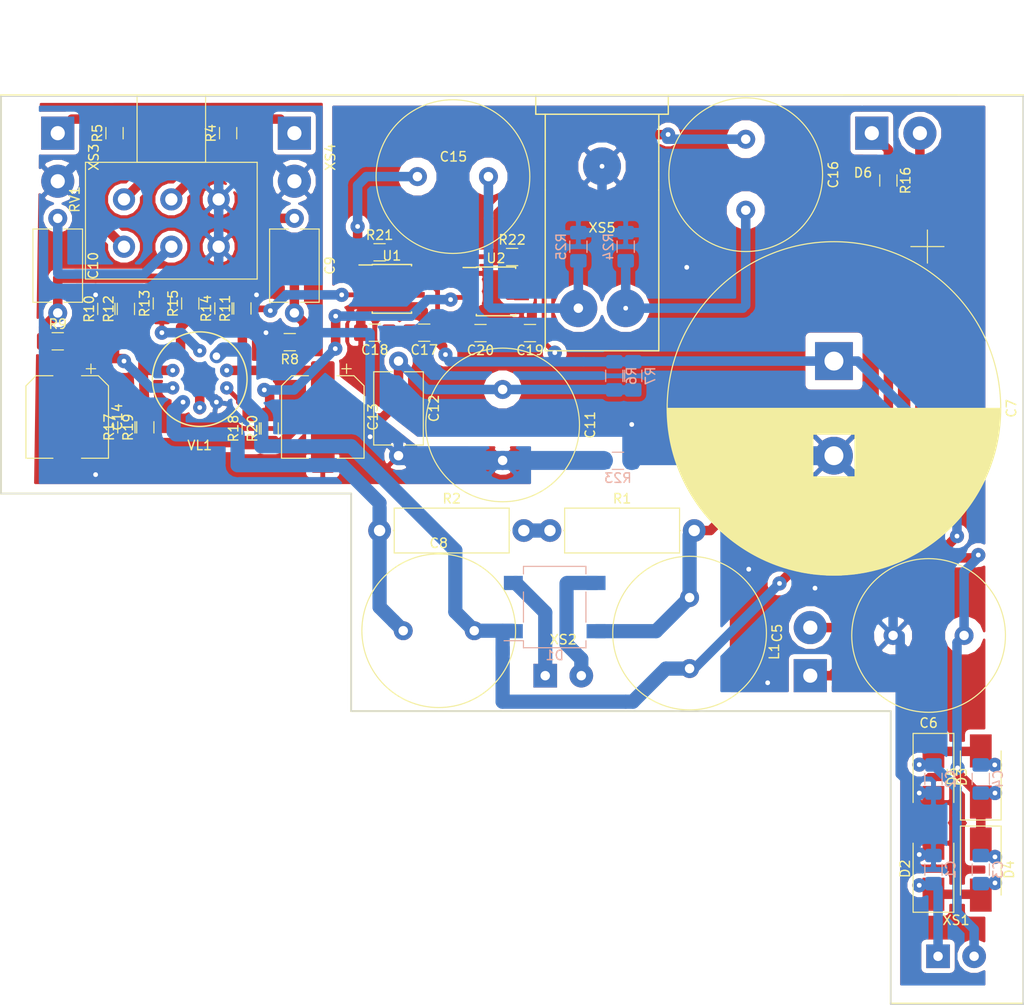
<source format=kicad_pcb>
(kicad_pcb (version 20171130) (host pcbnew 5.0.2-bee76a0~70~ubuntu18.04.1)
  (title_block (title HeadAmp) (date 2020-01-04) (company Moe))
  (layers (0 F.Cu signal) (31 B.Cu signal) (34 B.Paste user hide) (35 F.Paste user hide) (36 B.SilkS user hide) (37 F.SilkS user) (38 B.Mask user hide) (39 F.Mask user hide) (44 Edge.Cuts user))
  (net 0 "")
  (net 1 GNDPWR)
  (net 2 "Net-(C1-Pad1)")
  (net 3 "Net-(C2-Pad2)")
  (net 4 "Net-(C3-Pad2)")
  (net 5 -6.3)
  (net 6 PWR_2)
  (net 7 +6.3)
  (net 8 "Net-(C9-Pad2)")
  (net 9 "Net-(C9-Pad1)")
  (net 10 "Net-(C10-Pad1)")
  (net 11 "Net-(C10-Pad2)")
  (net 12 PWR_1)
  (net 13 GND)
  (net 14 "Net-(C13-Pad1)")
  (net 15 "Net-(C14-Pad1)")
  (net 16 "Net-(C15-Pad1)")
  (net 17 "Net-(C15-Pad2)")
  (net 18 "Net-(C16-Pad2)")
  (net 19 "Net-(C16-Pad1)")
  (net 20 "Net-(C17-Pad2)")
  (net 21 "Net-(C19-Pad2)")
  (net 22 "Net-(D1-Pad2)")
  (net 23 "Net-(D1-Pad3)")
  (net 24 "Net-(R1-Pad1)")
  (net 25 "Net-(R4-Pad2)")
  (net 26 "Net-(R4-Pad1)")
  (net 27 "Net-(R5-Pad1)")
  (net 28 "Net-(R5-Pad2)")
  (net 29 "Net-(R13-Pad1)")
  (net 30 "Net-(R15-Pad1)")
  (net 31 "Net-(R17-Pad2)")
  (net 32 "Net-(R18-Pad2)")
  (net 33 "Net-(R21-Pad2)")
  (net 34 "Net-(R22-Pad2)")
  (net 35 "Net-(U1-Pad8)")
  (net 36 "Net-(U2-Pad8)")
  (net 37 +6.3_no_filtr)
  (net 38 "Net-(D6-Pad1)")
  (module Potentiometer_THT:Potentiometer_Alps_RK163_Dual_Horizontal (layer F.Cu) (at -309 -229 90)
    (fp_text reference RV1 (at 0 -15.2 90) (layer F.SilkS))
    (fp_text value R_POT_Dual_Separate)
    (pad 4 thru_hole circle (at -5 0 90) (size 2.34 2.34) (drill 1.3) (layers *.Cu *.Mask) (net 13 GND))
    (pad 5 thru_hole circle (at -5 -5 90) (size 2.34 2.34) (drill 1.3) (layers *.Cu *.Mask) (net 10 "Net-(C10-Pad1)"))
    (pad 6 thru_hole circle (at -5 -10 90) (size 2.34 2.34) (drill 1.3) (layers *.Cu *.Mask) (net 27 "Net-(R5-Pad1)"))
    (pad 1 thru_hole circle (at 0 0 90) (size 2.34 2.34) (drill 1.3) (layers *.Cu *.Mask) (net 13 GND))
    (pad 2 thru_hole circle (at 0 -5 90) (size 2.34 2.34) (drill 1.3) (layers *.Cu *.Mask) (net 9 "Net-(C9-Pad1)"))
    (pad 3 thru_hole circle (at 0 -10 90) (size 2.34 2.34) (drill 1.3) (layers *.Cu *.Mask) (net 26 "Net-(R4-Pad1)"))
  )
  (module libs:JACK6_3 (layer F.Cu) (at -268.5 -240)
    (fp_text reference XS5 (at 0 14) (layer F.SilkS))
    (fp_text value JACK6_3)
    (pad 3 thru_hole circle (at 2.5 22.5) (size 4 4) (drill 0.5) (layers *.Cu *.Mask) (net 18 "Net-(C16-Pad2)"))
    (pad 2 thru_hole circle (at -2.5 22.5) (size 4 4) (drill 1) (layers *.Cu *.Mask) (net 17 "Net-(C15-Pad2)"))
    (pad 1 thru_hole circle (at 0 7.5) (size 4 4) (drill 0.5) (layers *.Cu *.Mask) (net 1 GNDPWR))
  )
  (module Capacitor_SMD:C_1206_3216Metric_Pad1.42x1.75mm_HandSolder (layer B.Cu) (at -233.486696 -158.16421 90)
    (fp_text reference C1 (at 0 1.82 90) (layer B.SilkS) (effects (justify mirror)))
    (fp_text value C)
    (pad 2 smd roundrect (at 1.4875 0 90) (size 1.425 1.75) (layers B.Cu B.Paste B.Mask) (roundrect_rratio 0.175439) (net 1 GNDPWR))
    (pad 1 smd roundrect (at -1.4875 0 90) (size 1.425 1.75) (layers B.Cu B.Paste B.Mask) (roundrect_rratio 0.175439) (net 2 "Net-(C1-Pad1)"))
  )
  (module Capacitor_SMD:C_1206_3216Metric_Pad1.42x1.75mm_HandSolder (layer B.Cu) (at -233.486696 -167.74171 90)
    (fp_text reference C2 (at 0 1.82 90) (layer B.SilkS) (effects (justify mirror)))
    (fp_text value C)
    (pad 2 smd roundrect (at 1.4875 0 90) (size 1.425 1.75) (layers B.Cu B.Paste B.Mask) (roundrect_rratio 0.175439) (net 3 "Net-(C2-Pad2)"))
    (pad 1 smd roundrect (at -1.4875 0 90) (size 1.425 1.75) (layers B.Cu B.Paste B.Mask) (roundrect_rratio 0.175439) (net 1 GNDPWR))
  )
  (module Capacitor_SMD:C_1206_3216Metric_Pad1.42x1.75mm_HandSolder (layer B.Cu) (at -228.486696 -158.16421 90)
    (fp_text reference C3 (at 0 1.82 90) (layer B.SilkS) (effects (justify mirror)))
    (fp_text value C)
    (pad 2 smd roundrect (at 1.4875 0 90) (size 1.425 1.75) (layers B.Cu B.Paste B.Mask) (roundrect_rratio 0.175439) (net 4 "Net-(C3-Pad2)"))
    (pad 1 smd roundrect (at -1.4875 0 90) (size 1.425 1.75) (layers B.Cu B.Paste B.Mask) (roundrect_rratio 0.175439) (net 2 "Net-(C1-Pad1)"))
  )
  (module Capacitor_SMD:C_1206_3216Metric_Pad1.42x1.75mm_HandSolder (layer B.Cu) (at -228.486696 -167.74171 90)
    (fp_text reference C4 (at 0 1.82 90) (layer B.SilkS) (effects (justify mirror)))
    (fp_text value C)
    (pad 2 smd roundrect (at 1.4875 0 90) (size 1.425 1.75) (layers B.Cu B.Paste B.Mask) (roundrect_rratio 0.175439) (net 3 "Net-(C2-Pad2)"))
    (pad 1 smd roundrect (at -1.4875 0 90) (size 1.425 1.75) (layers B.Cu B.Paste B.Mask) (roundrect_rratio 0.175439) (net 4 "Net-(C3-Pad2)"))
  )
  (module Capacitor_THT:C_Radial_D16.0mm_H25.0mm_P7.50mm (layer F.Cu) (at -259.25 -186.91 270)
    (fp_text reference C5 (at 3.75 -9.25 270) (layer F.SilkS))
    (fp_text value CP)
    (pad 2 thru_hole circle (at 7.5 0 270) (size 2 2) (drill 1) (layers *.Cu *.Mask) (net 5 -6.3))
    (pad 1 thru_hole circle (at 0 0 270) (size 2 2) (drill 1) (layers *.Cu *.Mask) (net 37 +6.3_no_filtr))
  )
  (module Capacitor_THT:C_Radial_D16.0mm_H25.0mm_P7.50mm (layer F.Cu) (at -230.25 -182.91 180)
    (fp_text reference C6 (at 3.75 -9.25 180) (layer F.SilkS))
    (fp_text value CP)
    (pad 2 thru_hole circle (at 7.5 0 180) (size 2 2) (drill 1) (layers *.Cu *.Mask) (net 1 GNDPWR))
    (pad 1 thru_hole circle (at 0 0 180) (size 2 2) (drill 1) (layers *.Cu *.Mask) (net 4 "Net-(C3-Pad2)"))
  )
  (module Capacitor_THT:CP_Radial_D35.0mm_P10.00mm_SnapIn (layer F.Cu) (at -244 -211.91 270)
    (fp_text reference C7 (at 5 -18.75 270) (layer F.SilkS))
    (fp_text value CP)
    (pad 2 thru_hole circle (at 10 0 270) (size 4 4) (drill 2) (layers *.Cu *.Mask) (net 1 GNDPWR))
    (pad 1 thru_hole rect (at 0 0 270) (size 4 4) (drill 2) (layers *.Cu *.Mask) (net 6 PWR_2))
  )
  (module Capacitor_THT:C_Radial_D16.0mm_H25.0mm_P7.50mm (layer F.Cu) (at -289.5 -183.41)
    (fp_text reference C8 (at 3.75 -9.25) (layer F.SilkS))
    (fp_text value CP)
    (pad 2 thru_hole circle (at 7.5 0) (size 2 2) (drill 1) (layers *.Cu *.Mask) (net 5 -6.3))
    (pad 1 thru_hole circle (at 0 0) (size 2 2) (drill 1) (layers *.Cu *.Mask) (net 7 +6.3))
  )
  (module Capacitor_THT:C_Disc_D7.5mm_W5.0mm_P10.00mm (layer F.Cu) (at -301 -227 270)
    (fp_text reference C9 (at 5 -3.75 270) (layer F.SilkS))
    (fp_text value C)
    (pad 2 thru_hole circle (at 10 0 270) (size 2 2) (drill 1) (layers *.Cu *.Mask) (net 8 "Net-(C9-Pad2)"))
    (pad 1 thru_hole circle (at 0 0 270) (size 2 2) (drill 1) (layers *.Cu *.Mask) (net 9 "Net-(C9-Pad1)"))
  )
  (module Capacitor_THT:C_Disc_D7.5mm_W5.0mm_P10.00mm (layer F.Cu) (at -326 -227 270)
    (fp_text reference C10 (at 5 -3.75 270) (layer F.SilkS))
    (fp_text value C)
    (pad 2 thru_hole circle (at 10 0 270) (size 2 2) (drill 1) (layers *.Cu *.Mask) (net 11 "Net-(C10-Pad2)"))
    (pad 1 thru_hole circle (at 0 0 270) (size 2 2) (drill 1) (layers *.Cu *.Mask) (net 10 "Net-(C10-Pad1)"))
  )
  (module Capacitor_THT:C_Radial_D16.0mm_H25.0mm_P7.50mm (layer F.Cu) (at -279 -208.91 270)
    (fp_text reference C11 (at 3.75 -9.25 270) (layer F.SilkS))
    (fp_text value CP)
    (pad 2 thru_hole circle (at 7.5 0 270) (size 2 2) (drill 1) (layers *.Cu *.Mask) (net 13 GND))
    (pad 1 thru_hole circle (at 0 0 270) (size 2 2) (drill 1) (layers *.Cu *.Mask) (net 12 PWR_1))
  )
  (module Capacitor_THT:C_Disc_D7.5mm_W5.0mm_P10.00mm (layer F.Cu) (at -290 -211.91 270)
    (fp_text reference C12 (at 5 -3.75 270) (layer F.SilkS))
    (fp_text value C)
    (pad 2 thru_hole circle (at 10 0 270) (size 2 2) (drill 1) (layers *.Cu *.Mask) (net 13 GND))
    (pad 1 thru_hole circle (at 0 0 270) (size 2 2) (drill 1) (layers *.Cu *.Mask) (net 12 PWR_1))
  )
  (module Capacitor_SMD:CP_Elec_8x10.5 (layer F.Cu) (at -298 -206 270)
    (fp_text reference C13 (at 0 -5.3 270) (layer F.SilkS))
    (fp_text value CP)
    (pad 2 smd roundrect (at 3.7 0 270) (size 4.4 2.5) (layers F.Cu F.Paste F.Mask) (roundrect_rratio 0.1) (net 13 GND))
    (pad 1 smd roundrect (at -3.7 0 270) (size 4.4 2.5) (layers F.Cu F.Paste F.Mask) (roundrect_rratio 0.1) (net 14 "Net-(C13-Pad1)"))
  )
  (module Capacitor_SMD:CP_Elec_8x10.5 (layer F.Cu) (at -325 -206 270)
    (fp_text reference C14 (at 0 -5.3 270) (layer F.SilkS))
    (fp_text value CP)
    (pad 2 smd roundrect (at 3.7 0 270) (size 4.4 2.5) (layers F.Cu F.Paste F.Mask) (roundrect_rratio 0.1) (net 13 GND))
    (pad 1 smd roundrect (at -3.7 0 270) (size 4.4 2.5) (layers F.Cu F.Paste F.Mask) (roundrect_rratio 0.1) (net 15 "Net-(C14-Pad1)"))
  )
  (module Capacitor_THT:C_Radial_D16.0mm_H25.0mm_P7.50mm (layer F.Cu) (at -288 -231.41)
    (fp_text reference C15 (at 3.8 -2.1) (layer F.SilkS))
    (fp_text value CP)
    (pad 2 thru_hole circle (at 7.5 0) (size 2 2) (drill 1) (layers *.Cu *.Mask) (net 17 "Net-(C15-Pad2)"))
    (pad 1 thru_hole circle (at 0 0) (size 2 2) (drill 1) (layers *.Cu *.Mask) (net 16 "Net-(C15-Pad1)"))
  )
  (module Capacitor_THT:C_Radial_D16.0mm_H25.0mm_P7.50mm (layer F.Cu) (at -253.32 -235.36 270)
    (fp_text reference C16 (at 3.75 -9.25 270) (layer F.SilkS))
    (fp_text value CP)
    (pad 2 thru_hole circle (at 7.5 0 270) (size 2 2) (drill 1) (layers *.Cu *.Mask) (net 18 "Net-(C16-Pad2)"))
    (pad 1 thru_hole circle (at 0 0 270) (size 2 2) (drill 1) (layers *.Cu *.Mask) (net 19 "Net-(C16-Pad1)"))
  )
  (module Capacitor_SMD:C_1206_3216Metric_Pad1.42x1.75mm_HandSolder (layer F.Cu) (at -287.284874 -214.910369 180)
    (fp_text reference C17 (at 0 -1.82 180) (layer F.SilkS))
    (fp_text value C)
    (pad 2 smd roundrect (at 1.4875 0 180) (size 1.425 1.75) (layers F.Cu F.Paste F.Mask) (roundrect_rratio 0.175439) (net 20 "Net-(C17-Pad2)"))
    (pad 1 smd roundrect (at -1.4875 0 180) (size 1.425 1.75) (layers F.Cu F.Paste F.Mask) (roundrect_rratio 0.175439) (net 6 PWR_2))
  )
  (module Capacitor_SMD:C_1206_3216Metric_Pad1.42x1.75mm_HandSolder (layer F.Cu) (at -292.5 -214.91 180)
    (fp_text reference C18 (at 0 -1.82 180) (layer F.SilkS))
    (fp_text value C)
    (pad 2 smd roundrect (at 1.4875 0 180) (size 1.425 1.75) (layers F.Cu F.Paste F.Mask) (roundrect_rratio 0.175439) (net 1 GNDPWR))
    (pad 1 smd roundrect (at -1.4875 0 180) (size 1.425 1.75) (layers F.Cu F.Paste F.Mask) (roundrect_rratio 0.175439) (net 20 "Net-(C17-Pad2)"))
  )
  (module Capacitor_SMD:C_1206_3216Metric_Pad1.42x1.75mm_HandSolder (layer F.Cu) (at -276.11 -214.87 180)
    (fp_text reference C19 (at 0 -1.82 180) (layer F.SilkS))
    (fp_text value C)
    (pad 2 smd roundrect (at 1.4875 0 180) (size 1.425 1.75) (layers F.Cu F.Paste F.Mask) (roundrect_rratio 0.175439) (net 21 "Net-(C19-Pad2)"))
    (pad 1 smd roundrect (at -1.4875 0 180) (size 1.425 1.75) (layers F.Cu F.Paste F.Mask) (roundrect_rratio 0.175439) (net 6 PWR_2))
  )
  (module Capacitor_SMD:C_1206_3216Metric_Pad1.42x1.75mm_HandSolder (layer F.Cu) (at -281.34 -214.87 180)
    (fp_text reference C20 (at 0 -1.82 180) (layer F.SilkS))
    (fp_text value C)
    (pad 2 smd roundrect (at 1.4875 0 180) (size 1.425 1.75) (layers F.Cu F.Paste F.Mask) (roundrect_rratio 0.175439) (net 1 GNDPWR))
    (pad 1 smd roundrect (at -1.4875 0 180) (size 1.425 1.75) (layers F.Cu F.Paste F.Mask) (roundrect_rratio 0.175439) (net 21 "Net-(C19-Pad2)"))
  )
  (module Diode_SMD:Diode_Bridge_Diotec_SO-DIL-Slim (layer B.Cu) (at -273.5 -185.91)
    (fp_text reference D1 (at 0 5.1) (layer B.SilkS) (effects (justify mirror)))
    (fp_text value B250C2300-1500A)
    (pad 4 smd rect (at 4.37 2.55) (size 2 1.5) (layers B.Cu B.Paste B.Mask) (net 37 +6.3_no_filtr))
    (pad 3 smd rect (at 4.37 -2.55) (size 2 1.5) (layers B.Cu B.Paste B.Mask) (net 23 "Net-(D1-Pad3)"))
    (pad 2 smd rect (at -4.37 -2.55) (size 2 1.5) (layers B.Cu B.Paste B.Mask) (net 22 "Net-(D1-Pad2)"))
    (pad 1 smd rect (at -4.37 2.55) (size 2 1.5) (layers B.Cu B.Paste B.Mask) (net 5 -6.3))
  )
  (module Diode_SMD:D_SMB_Handsoldering (layer F.Cu) (at -233.486696 -158.25421 90)
    (fp_text reference D2 (at 0 -3 90) (layer F.SilkS))
    (fp_text value D)
    (pad 2 smd rect (at 2.7 0 90) (size 3.5 2.3) (layers F.Cu F.Paste F.Mask) (net 1 GNDPWR))
    (pad 1 smd rect (at -2.7 0 90) (size 3.5 2.3) (layers F.Cu F.Paste F.Mask) (net 2 "Net-(C1-Pad1)"))
  )
  (module Diode_SMD:D_SMB_Handsoldering (layer F.Cu) (at -233.486696 -167.95421 270)
    (fp_text reference D3 (at 0 -3 270) (layer F.SilkS))
    (fp_text value D)
    (pad 2 smd rect (at 2.7 0 270) (size 3.5 2.3) (layers F.Cu F.Paste F.Mask) (net 1 GNDPWR))
    (pad 1 smd rect (at -2.7 0 270) (size 3.5 2.3) (layers F.Cu F.Paste F.Mask) (net 3 "Net-(C2-Pad2)"))
  )
  (module Diode_SMD:D_SMB_Handsoldering (layer F.Cu) (at -228.486696 -158.16421 270)
    (fp_text reference D4 (at 0 -3 270) (layer F.SilkS))
    (fp_text value D)
    (pad 2 smd rect (at 2.7 0 270) (size 3.5 2.3) (layers F.Cu F.Paste F.Mask) (net 2 "Net-(C1-Pad1)"))
    (pad 1 smd rect (at -2.7 0 270) (size 3.5 2.3) (layers F.Cu F.Paste F.Mask) (net 4 "Net-(C3-Pad2)"))
  )
  (module Diode_SMD:D_SMB_Handsoldering (layer F.Cu) (at -228.486696 -168.00421 90)
    (fp_text reference D5 (at 0 -3 90) (layer F.SilkS))
    (fp_text value D)
    (pad 2 smd rect (at 2.7 0 90) (size 3.5 2.3) (layers F.Cu F.Paste F.Mask) (net 3 "Net-(C2-Pad2)"))
    (pad 1 smd rect (at -2.7 0 90) (size 3.5 2.3) (layers F.Cu F.Paste F.Mask) (net 4 "Net-(C3-Pad2)"))
  )
  (module Connector_Wire:SolderWirePad_1x02_P5.08mm_Drill1.5mm (layer F.Cu) (at -240 -236)
    (fp_text reference D6 (at -0.93 4.18) (layer F.SilkS))
    (fp_text value LED)
    (pad 2 thru_hole circle (at 5.08 0) (size 3.50012 3.50012) (drill 1.50114) (layers *.Cu *.Mask) (net 5 -6.3))
    (pad 1 thru_hole rect (at 0 0) (size 3.50012 3.50012) (drill 1.50114) (layers *.Cu *.Mask) (net 38 "Net-(D6-Pad1)"))
  )
  (module Connector_Wire:SolderWirePad_1x02_P5.08mm_Drill1.5mm (layer F.Cu) (at -246.5 -178.66 90)
    (fp_text reference L1 (at 2.54 -3.81 90) (layer F.SilkS))
    (fp_text value INDUCTOR)
    (pad 2 thru_hole circle (at 5.08 0 90) (size 3.50012 3.50012) (drill 1.50114) (layers *.Cu *.Mask) (net 6 PWR_2))
    (pad 1 thru_hole rect (at 0 0 90) (size 3.50012 3.50012) (drill 1.50114) (layers *.Cu *.Mask) (net 4 "Net-(C3-Pad2)"))
  )
  (module Resistor_THT:R_Axial_DIN0414_L11.9mm_D4.5mm_P15.24mm_Horizontal (layer F.Cu) (at -274 -194)
    (fp_text reference R1 (at 7.62 -3.37) (layer F.SilkS))
    (fp_text value R)
    (pad 2 thru_hole oval (at 15.24 0) (size 2.4 2.4) (drill 1.2) (layers *.Cu *.Mask) (net 37 +6.3_no_filtr))
    (pad 1 thru_hole circle (at 0 0) (size 2.4 2.4) (drill 1.2) (layers *.Cu *.Mask) (net 24 "Net-(R1-Pad1)"))
  )
  (module Resistor_THT:R_Axial_DIN0414_L11.9mm_D4.5mm_P15.24mm_Horizontal (layer F.Cu) (at -292 -194)
    (fp_text reference R2 (at 7.62 -3.37) (layer F.SilkS))
    (fp_text value R)
    (pad 2 thru_hole oval (at 15.24 0) (size 2.4 2.4) (drill 1.2) (layers *.Cu *.Mask) (net 24 "Net-(R1-Pad1)"))
    (pad 1 thru_hole circle (at 0 0) (size 2.4 2.4) (drill 1.2) (layers *.Cu *.Mask) (net 7 +6.3))
  )
  (module Resistor_SMD:R_1206_3216Metric_Pad1.42x1.75mm_HandSolder (layer F.Cu) (at -308 -236 90)
    (fp_text reference R4 (at 0 -1.82 90) (layer F.SilkS))
    (fp_text value R)
    (pad 2 smd roundrect (at 1.4875 0 90) (size 1.425 1.75) (layers F.Cu F.Paste F.Mask) (roundrect_rratio 0.175439) (net 25 "Net-(R4-Pad2)"))
    (pad 1 smd roundrect (at -1.4875 0 90) (size 1.425 1.75) (layers F.Cu F.Paste F.Mask) (roundrect_rratio 0.175439) (net 26 "Net-(R4-Pad1)"))
  )
  (module Resistor_SMD:R_1206_3216Metric_Pad1.42x1.75mm_HandSolder (layer F.Cu) (at -320 -236 90)
    (fp_text reference R5 (at 0 -1.82 90) (layer F.SilkS))
    (fp_text value R)
    (pad 2 smd roundrect (at 1.4875 0 90) (size 1.425 1.75) (layers F.Cu F.Paste F.Mask) (roundrect_rratio 0.175439) (net 28 "Net-(R5-Pad2)"))
    (pad 1 smd roundrect (at -1.4875 0 90) (size 1.425 1.75) (layers F.Cu F.Paste F.Mask) (roundrect_rratio 0.175439) (net 27 "Net-(R5-Pad1)"))
  )
  (module Resistor_SMD:R_1206_3216Metric_Pad1.42x1.75mm_HandSolder (layer B.Cu) (at -267.20524 -210.350256 90)
    (fp_text reference R6 (at 0 1.82 90) (layer B.SilkS) (effects (justify mirror)))
    (fp_text value R)
    (pad 2 smd roundrect (at 1.4875 0 90) (size 1.425 1.75) (layers B.Cu B.Paste B.Mask) (roundrect_rratio 0.175439) (net 6 PWR_2))
    (pad 1 smd roundrect (at -1.4875 0 90) (size 1.425 1.75) (layers B.Cu B.Paste B.Mask) (roundrect_rratio 0.175439) (net 12 PWR_1))
  )
  (module Resistor_SMD:R_1206_3216Metric_Pad1.42x1.75mm_HandSolder (layer B.Cu) (at -265.20524 -210.350256 90)
    (fp_text reference R7 (at 0 1.82 90) (layer B.SilkS) (effects (justify mirror)))
    (fp_text value R)
    (pad 2 smd roundrect (at 1.4875 0 90) (size 1.425 1.75) (layers B.Cu B.Paste B.Mask) (roundrect_rratio 0.175439) (net 6 PWR_2))
    (pad 1 smd roundrect (at -1.4875 0 90) (size 1.425 1.75) (layers B.Cu B.Paste B.Mask) (roundrect_rratio 0.175439) (net 12 PWR_1))
  )
  (module Resistor_SMD:R_1206_3216Metric_Pad1.42x1.75mm_HandSolder (layer F.Cu) (at -301.4875 -213.91 180)
    (fp_text reference R8 (at 0 -1.82 180) (layer F.SilkS))
    (fp_text value R)
    (pad 2 smd roundrect (at 1.4875 0 180) (size 1.425 1.75) (layers F.Cu F.Paste F.Mask) (roundrect_rratio 0.175439) (net 13 GND))
    (pad 1 smd roundrect (at -1.4875 0 180) (size 1.425 1.75) (layers F.Cu F.Paste F.Mask) (roundrect_rratio 0.175439) (net 8 "Net-(C9-Pad2)"))
  )
  (module Resistor_SMD:R_1206_3216Metric_Pad1.42x1.75mm_HandSolder (layer F.Cu) (at -326 -214)
    (fp_text reference R9 (at 0 -1.82) (layer F.SilkS))
    (fp_text value R)
    (pad 2 smd roundrect (at 1.4875 0) (size 1.425 1.75) (layers F.Cu F.Paste F.Mask) (roundrect_rratio 0.175439) (net 13 GND))
    (pad 1 smd roundrect (at -1.4875 0) (size 1.425 1.75) (layers F.Cu F.Paste F.Mask) (roundrect_rratio 0.175439) (net 11 "Net-(C10-Pad2)"))
  )
  (module Resistor_SMD:R_1206_3216Metric_Pad1.42x1.75mm_HandSolder (layer F.Cu) (at -320.863722 -217.4225 90)
    (fp_text reference R10 (at 0 -1.82 90) (layer F.SilkS))
    (fp_text value R)
    (pad 2 smd roundrect (at 1.4875 0 90) (size 1.425 1.75) (layers F.Cu F.Paste F.Mask) (roundrect_rratio 0.175439) (net 13 GND))
    (pad 1 smd roundrect (at -1.4875 0 90) (size 1.425 1.75) (layers F.Cu F.Paste F.Mask) (roundrect_rratio 0.175439) (net 15 "Net-(C14-Pad1)"))
  )
  (module Resistor_SMD:R_1206_3216Metric_Pad1.42x1.75mm_HandSolder (layer F.Cu) (at -306.494782 -217.471483 90)
    (fp_text reference R11 (at 0 -1.82 90) (layer F.SilkS))
    (fp_text value R)
    (pad 2 smd roundrect (at 1.4875 0 90) (size 1.425 1.75) (layers F.Cu F.Paste F.Mask) (roundrect_rratio 0.175439) (net 13 GND))
    (pad 1 smd roundrect (at -1.4875 0 90) (size 1.425 1.75) (layers F.Cu F.Paste F.Mask) (roundrect_rratio 0.175439) (net 14 "Net-(C13-Pad1)"))
  )
  (module Resistor_SMD:R_1206_3216Metric_Pad1.42x1.75mm_HandSolder (layer F.Cu) (at -318.8 -217.4225 90)
    (fp_text reference R12 (at 0 -1.82 90) (layer F.SilkS))
    (fp_text value R)
    (pad 2 smd roundrect (at 1.4875 0 90) (size 1.425 1.75) (layers F.Cu F.Paste F.Mask) (roundrect_rratio 0.175439) (net 13 GND))
    (pad 1 smd roundrect (at -1.4875 0 90) (size 1.425 1.75) (layers F.Cu F.Paste F.Mask) (roundrect_rratio 0.175439) (net 15 "Net-(C14-Pad1)"))
  )
  (module Resistor_SMD:R_1206_3216Metric_Pad1.42x1.75mm_HandSolder (layer F.Cu) (at -315 -218 90)
    (fp_text reference R13 (at 0 -1.82 90) (layer F.SilkS))
    (fp_text value R)
    (pad 2 smd roundrect (at 1.4875 0 90) (size 1.425 1.75) (layers F.Cu F.Paste F.Mask) (roundrect_rratio 0.175439) (net 11 "Net-(C10-Pad2)"))
    (pad 1 smd roundrect (at -1.4875 0 90) (size 1.425 1.75) (layers F.Cu F.Paste F.Mask) (roundrect_rratio 0.175439) (net 29 "Net-(R13-Pad1)"))
  )
  (module Resistor_SMD:R_1206_3216Metric_Pad1.42x1.75mm_HandSolder (layer F.Cu) (at -308.494782 -217.471483 90)
    (fp_text reference R14 (at 0 -1.82 90) (layer F.SilkS))
    (fp_text value R)
    (pad 2 smd roundrect (at 1.4875 0 90) (size 1.425 1.75) (layers F.Cu F.Paste F.Mask) (roundrect_rratio 0.175439) (net 13 GND))
    (pad 1 smd roundrect (at -1.4875 0 90) (size 1.425 1.75) (layers F.Cu F.Paste F.Mask) (roundrect_rratio 0.175439) (net 14 "Net-(C13-Pad1)"))
  )
  (module Resistor_SMD:R_1206_3216Metric_Pad1.42x1.75mm_HandSolder (layer F.Cu) (at -312 -218 90)
    (fp_text reference R15 (at 0 -1.82 90) (layer F.SilkS))
    (fp_text value R)
    (pad 2 smd roundrect (at 1.4875 0 90) (size 1.425 1.75) (layers F.Cu F.Paste F.Mask) (roundrect_rratio 0.175439) (net 8 "Net-(C9-Pad2)"))
    (pad 1 smd roundrect (at -1.4875 0 90) (size 1.425 1.75) (layers F.Cu F.Paste F.Mask) (roundrect_rratio 0.175439) (net 30 "Net-(R15-Pad1)"))
  )
  (module Resistor_SMD:R_1206_3216Metric_Pad1.42x1.75mm_HandSolder (layer F.Cu) (at -238.25 -231 270)
    (fp_text reference R16 (at 0 -1.82 270) (layer F.SilkS))
    (fp_text value R)
    (pad 2 smd roundrect (at 1.4875 0 270) (size 1.425 1.75) (layers F.Cu F.Paste F.Mask) (roundrect_rratio 0.175439) (net 37 +6.3_no_filtr))
    (pad 1 smd roundrect (at -1.4875 0 270) (size 1.425 1.75) (layers F.Cu F.Paste F.Mask) (roundrect_rratio 0.175439) (net 38 "Net-(D6-Pad1)"))
  )
  (module Resistor_SMD:R_1206_3216Metric_Pad1.42x1.75mm_HandSolder (layer F.Cu) (at -318.749344 -204.91 90)
    (fp_text reference R17 (at 0 -1.82 90) (layer F.SilkS))
    (fp_text value R)
    (pad 2 smd roundrect (at 1.4875 0 90) (size 1.425 1.75) (layers F.Cu F.Paste F.Mask) (roundrect_rratio 0.175439) (net 31 "Net-(R17-Pad2)"))
    (pad 1 smd roundrect (at -1.4875 0 90) (size 1.425 1.75) (layers F.Cu F.Paste F.Mask) (roundrect_rratio 0.175439) (net 12 PWR_1))
  )
  (module Resistor_SMD:R_1206_3216Metric_Pad1.42x1.75mm_HandSolder (layer F.Cu) (at -305.612427 -204.78199 90)
    (fp_text reference R18 (at 0 -1.82 90) (layer F.SilkS))
    (fp_text value R)
    (pad 2 smd roundrect (at 1.4875 0 90) (size 1.425 1.75) (layers F.Cu F.Paste F.Mask) (roundrect_rratio 0.175439) (net 32 "Net-(R18-Pad2)"))
    (pad 1 smd roundrect (at -1.4875 0 90) (size 1.425 1.75) (layers F.Cu F.Paste F.Mask) (roundrect_rratio 0.175439) (net 12 PWR_1))
  )
  (module Resistor_SMD:R_1206_3216Metric_Pad1.42x1.75mm_HandSolder (layer F.Cu) (at -316.749344 -204.91 90)
    (fp_text reference R19 (at 0 -1.82 90) (layer F.SilkS))
    (fp_text value R)
    (pad 2 smd roundrect (at 1.4875 0 90) (size 1.425 1.75) (layers F.Cu F.Paste F.Mask) (roundrect_rratio 0.175439) (net 31 "Net-(R17-Pad2)"))
    (pad 1 smd roundrect (at -1.4875 0 90) (size 1.425 1.75) (layers F.Cu F.Paste F.Mask) (roundrect_rratio 0.175439) (net 12 PWR_1))
  )
  (module Resistor_SMD:R_1206_3216Metric_Pad1.42x1.75mm_HandSolder (layer F.Cu) (at -303.612427 -204.78199 90)
    (fp_text reference R20 (at 0 -1.82 90) (layer F.SilkS))
    (fp_text value R)
    (pad 2 smd roundrect (at 1.4875 0 90) (size 1.425 1.75) (layers F.Cu F.Paste F.Mask) (roundrect_rratio 0.175439) (net 32 "Net-(R18-Pad2)"))
    (pad 1 smd roundrect (at -1.4875 0 90) (size 1.425 1.75) (layers F.Cu F.Paste F.Mask) (roundrect_rratio 0.175439) (net 12 PWR_1))
  )
  (module Resistor_SMD:R_1206_3216Metric_Pad1.42x1.75mm_HandSolder (layer F.Cu) (at -292 -223.41)
    (fp_text reference R21 (at 0 -1.82) (layer F.SilkS))
    (fp_text value R)
    (pad 2 smd roundrect (at 1.4875 0) (size 1.425 1.75) (layers F.Cu F.Paste F.Mask) (roundrect_rratio 0.175439) (net 33 "Net-(R21-Pad2)"))
    (pad 1 smd roundrect (at -1.4875 0) (size 1.425 1.75) (layers F.Cu F.Paste F.Mask) (roundrect_rratio 0.175439) (net 16 "Net-(C15-Pad1)"))
  )
  (module Resistor_SMD:R_1206_3216Metric_Pad1.42x1.75mm_HandSolder (layer F.Cu) (at -278 -222.91)
    (fp_text reference R22 (at 0 -1.82) (layer F.SilkS))
    (fp_text value R)
    (pad 2 smd roundrect (at 1.4875 0) (size 1.425 1.75) (layers F.Cu F.Paste F.Mask) (roundrect_rratio 0.175439) (net 34 "Net-(R22-Pad2)"))
    (pad 1 smd roundrect (at -1.4875 0) (size 1.425 1.75) (layers F.Cu F.Paste F.Mask) (roundrect_rratio 0.175439) (net 19 "Net-(C16-Pad1)"))
  )
  (module Resistor_SMD:R_1206_3216Metric_Pad1.42x1.75mm_HandSolder (layer B.Cu) (at -266.82 -201.37)
    (fp_text reference R23 (at 0 1.82) (layer B.SilkS) (effects (justify mirror)))
    (fp_text value R)
    (pad 2 smd roundrect (at 1.4875 0) (size 1.425 1.75) (layers B.Cu B.Paste B.Mask) (roundrect_rratio 0.175439) (net 1 GNDPWR))
    (pad 1 smd roundrect (at -1.4875 0) (size 1.425 1.75) (layers B.Cu B.Paste B.Mask) (roundrect_rratio 0.175439) (net 13 GND))
  )
  (module Resistor_SMD:R_1206_3216Metric_Pad1.42x1.75mm_HandSolder (layer B.Cu) (at -266 -224 270)
    (fp_text reference R24 (at 0 1.82 270) (layer B.SilkS) (effects (justify mirror)))
    (fp_text value R)
    (pad 2 smd roundrect (at 1.4875 0 270) (size 1.425 1.75) (layers B.Cu B.Paste B.Mask) (roundrect_rratio 0.175439) (net 18 "Net-(C16-Pad2)"))
    (pad 1 smd roundrect (at -1.4875 0 270) (size 1.425 1.75) (layers B.Cu B.Paste B.Mask) (roundrect_rratio 0.175439) (net 1 GNDPWR))
  )
  (module Resistor_SMD:R_1206_3216Metric_Pad1.42x1.75mm_HandSolder (layer B.Cu) (at -271 -224 270)
    (fp_text reference R25 (at 0 1.82 270) (layer B.SilkS) (effects (justify mirror)))
    (fp_text value R)
    (pad 2 smd roundrect (at 1.4875 0 270) (size 1.425 1.75) (layers B.Cu B.Paste B.Mask) (roundrect_rratio 0.175439) (net 17 "Net-(C15-Pad2)"))
    (pad 1 smd roundrect (at -1.4875 0 270) (size 1.425 1.75) (layers B.Cu B.Paste B.Mask) (roundrect_rratio 0.175439) (net 1 GNDPWR))
  )
  (module Package_SO:SOIC-8_3.9x4.9mm_P1.27mm (layer F.Cu) (at -290.7 -219.545)
    (fp_text reference U1 (at 0 -3.5) (layer F.SilkS))
    (fp_text value OPA551U)
    (pad 8 smd rect (at 2.7 -1.905) (size 1.55 0.6) (layers F.Cu F.Paste F.Mask) (net 35 "Net-(U1-Pad8)"))
    (pad 7 smd rect (at 2.7 -0.635) (size 1.55 0.6) (layers F.Cu F.Paste F.Mask) (net 6 PWR_2))
    (pad 6 smd rect (at 2.7 0.635) (size 1.55 0.6) (layers F.Cu F.Paste F.Mask) (net 33 "Net-(R21-Pad2)"))
    (pad 5 smd rect (at 2.7 1.905) (size 1.55 0.6) (layers F.Cu F.Paste F.Mask) (net 1 GNDPWR))
    (pad 4 smd rect (at -2.7 1.905) (size 1.55 0.6) (layers F.Cu F.Paste F.Mask) (net 1 GNDPWR))
    (pad 3 smd rect (at -2.7 0.635) (size 1.55 0.6) (layers F.Cu F.Paste F.Mask) (net 31 "Net-(R17-Pad2)"))
    (pad 2 smd rect (at -2.7 -0.635) (size 1.55 0.6) (layers F.Cu F.Paste F.Mask) (net 16 "Net-(C15-Pad1)"))
    (pad 1 smd rect (at -2.7 -1.905) (size 1.55 0.6) (layers F.Cu F.Paste F.Mask) (net 1 GNDPWR))
  )
  (module Package_SO:SOIC-8_3.9x4.9mm_P1.27mm (layer F.Cu) (at -279.7 -219.275)
    (fp_text reference U2 (at 0 -3.5) (layer F.SilkS))
    (fp_text value OPA551U)
    (pad 8 smd rect (at 2.7 -1.905) (size 1.55 0.6) (layers F.Cu F.Paste F.Mask) (net 36 "Net-(U2-Pad8)"))
    (pad 7 smd rect (at 2.7 -0.635) (size 1.55 0.6) (layers F.Cu F.Paste F.Mask) (net 6 PWR_2))
    (pad 6 smd rect (at 2.7 0.635) (size 1.55 0.6) (layers F.Cu F.Paste F.Mask) (net 34 "Net-(R22-Pad2)"))
    (pad 5 smd rect (at 2.7 1.905) (size 1.55 0.6) (layers F.Cu F.Paste F.Mask) (net 1 GNDPWR))
    (pad 4 smd rect (at -2.7 1.905) (size 1.55 0.6) (layers F.Cu F.Paste F.Mask) (net 1 GNDPWR))
    (pad 3 smd rect (at -2.7 0.635) (size 1.55 0.6) (layers F.Cu F.Paste F.Mask) (net 32 "Net-(R18-Pad2)"))
    (pad 2 smd rect (at -2.7 -0.635) (size 1.55 0.6) (layers F.Cu F.Paste F.Mask) (net 19 "Net-(C16-Pad1)"))
    (pad 1 smd rect (at -2.7 -1.905) (size 1.55 0.6) (layers F.Cu F.Paste F.Mask) (net 1 GNDPWR))
  )
  (module libs:6H28_foot (layer F.Cu) (at -311 -210)
    (fp_text reference VL1 (at 0 7 180) (layer F.SilkS))
    (fp_text value 6H28)
    (pad 8 thru_hole circle (at 1.763356 -2.427051 324) (size 1.4 1.4) (drill 0.8) (layers *.Cu *.Mask) (net 5 -6.3))
    (pad 7 thru_hole circle (at 2.85317 -0.927051 288) (size 1.43 1.43) (drill 0.5) (layers *.Cu *.Mask) (net 14 "Net-(C13-Pad1)"))
    (pad 6 thru_hole circle (at 2.85317 0.927051 252) (size 1.4 1.4) (drill 0.5) (layers *.Cu *.Mask) (net 32 "Net-(R18-Pad2)"))
    (pad 5 thru_hole circle (at 1.763356 2.427051 216) (size 1.4 1.4) (drill 0.5) (layers *.Cu *.Mask) (net 13 GND))
    (pad 4 thru_hole circle (at 0 3 180) (size 1.4 1.4) (drill 0.5) (layers *.Cu *.Mask) (net 30 "Net-(R15-Pad1)"))
    (pad 3 thru_hole circle (at -1.763356 2.427051 144) (size 1.4 1.4) (drill 0.5) (layers *.Cu *.Mask) (net 7 +6.3))
    (pad 2 thru_hole circle (at -2.85317 0.927051 108) (size 1.4 1.4) (drill 0.5) (layers *.Cu *.Mask) (net 15 "Net-(C14-Pad1)"))
    (pad 1 thru_hole circle (at -2.85317 -0.927051 72) (size 1.4 1.4) (drill 0.5) (layers *.Cu *.Mask) (net 31 "Net-(R17-Pad2)"))
    (pad 9 thru_hole circle (at 0 -3) (size 1.4 1.4) (drill 0.5) (layers *.Cu *.Mask) (net 29 "Net-(R13-Pad1)"))
  )
  (module Connector_Wire:SolderWirePad_1x02_P3.81mm_Drill1mm (layer F.Cu) (at -233 -149)
    (fp_text reference XS1 (at 1.905 -3.81) (layer F.SilkS))
    (fp_text value conn_pwr)
    (pad 2 thru_hole circle (at 3.81 0) (size 2.49936 2.49936) (drill 1.00076) (layers *.Cu *.Mask) (net 3 "Net-(C2-Pad2)"))
    (pad 1 thru_hole rect (at 0 0) (size 2.49936 2.49936) (drill 1.00076) (layers *.Cu *.Mask) (net 2 "Net-(C1-Pad1)"))
  )
  (module Connector_Wire:SolderWirePad_1x02_P3.81mm_Drill1mm (layer F.Cu) (at -274.5 -178.66)
    (fp_text reference XS2 (at 1.905 -3.81) (layer F.SilkS))
    (fp_text value conn_pwr)
    (pad 2 thru_hole circle (at 3.81 0) (size 2.49936 2.49936) (drill 1.00076) (layers *.Cu *.Mask) (net 23 "Net-(D1-Pad3)"))
    (pad 1 thru_hole rect (at 0 0) (size 2.49936 2.49936) (drill 1.00076) (layers *.Cu *.Mask) (net 22 "Net-(D1-Pad2)"))
  )
  (module Connector_Wire:SolderWirePad_1x02_P5.08mm_Drill1.5mm (layer F.Cu) (at -326 -236 270)
    (fp_text reference XS3 (at 2.54 -3.81 270) (layer F.SilkS))
    (fp_text value conn)
    (pad 2 thru_hole circle (at 5.08 0 270) (size 3.50012 3.50012) (drill 1.50114) (layers *.Cu *.Mask) (net 13 GND))
    (pad 1 thru_hole rect (at 0 0 270) (size 3.50012 3.50012) (drill 1.50114) (layers *.Cu *.Mask) (net 28 "Net-(R5-Pad2)"))
  )
  (module Connector_Wire:SolderWirePad_1x02_P5.08mm_Drill1.5mm (layer F.Cu) (at -301 -236 270)
    (fp_text reference XS4 (at 2.54 -3.81 270) (layer F.SilkS))
    (fp_text value conn)
    (pad 2 thru_hole circle (at 5.08 0 270) (size 3.50012 3.50012) (drill 1.50114) (layers *.Cu *.Mask) (net 13 GND))
    (pad 1 thru_hole rect (at 0 0 270) (size 3.50012 3.50012) (drill 1.50114) (layers *.Cu *.Mask) (net 25 "Net-(R4-Pad2)"))
  )
  (gr_line (start -295 -197.91) (end -332 -197.91) (layer Edge.Cuts) (width 0.15))
  (gr_line (start -295 -174.91) (end -295 -197.91) (layer Edge.Cuts) (width 0.15))
  (gr_line (start -238 -174.91) (end -295 -174.91) (layer Edge.Cuts) (width 0.15))
  (gr_line (start -238 -143.91) (end -238 -174.91) (layer Edge.Cuts) (width 0.15))
  (gr_line (start -224 -143.91) (end -238 -143.91) (layer Edge.Cuts) (width 0.15))
  (gr_line (start -224 -239.91) (end -224 -143.91) (layer Edge.Cuts) (width 0.15))
  (gr_line (start -332 -239.91) (end -224 -239.91) (layer Edge.Cuts) (width 0.15))
  (gr_line (start -332 -197.91) (end -332 -239.91) (layer Edge.Cuts) (width 0.15))
  (gr_line (start -238 -144) (end -224 -144) (layer F.SilkS) (width 0.2))
  (gr_line (start -238 -174.91) (end -238 -144) (layer F.SilkS) (width 0.2))
  (gr_line (start -243 -240) (end -231 -240) (layer F.SilkS) (width 0.2))
  (gr_line (start -295 -197.91) (end -332 -197.91) (layer F.SilkS) (width 0.2))
  (gr_line (start -295 -174.91) (end -295 -197.91) (layer F.SilkS) (width 0.2))
  (gr_line (start -238 -174.91) (end -295 -174.91) (layer F.SilkS) (width 0.2))
  (gr_line (start -332 -240) (end -332 -197.91) (layer F.SilkS) (width 0.2))
  (gr_line (start -224 -240) (end -224 -143.91) (layer F.SilkS) (width 0.2))
  (gr_line (start -332 -240) (end -224 -240) (layer F.SilkS) (width 0.2))
  (segment (start -234.461696 -159.65171) (end -234.564196 -159.75421) (width 0.5) (layer B.Cu) (net 1))
  (segment (start -233.486696 -159.65171) (end -234.461696 -159.65171) (width 0.5) (layer B.Cu) (net 1))
  (via (at -234.986696 -159.75421) (size 1.5) (drill 0.5) (layers F.Cu B.Cu) (net 1))
  (segment (start -234.564196 -159.75421) (end -234.986696 -159.75421) (width 0.5) (layer B.Cu) (net 1))
  (segment (start -234.686696 -159.75421) (end -233.486696 -160.95421) (width 0.5) (layer F.Cu) (net 1))
  (segment (start -234.986696 -159.75421) (end -234.686696 -159.75421) (width 0.5) (layer F.Cu) (net 1))
  (segment (start -233.486696 -166.25421) (end -234.461696 -166.25421) (width 0.5) (layer B.Cu) (net 1))
  (via (at -234.986696 -166.25421) (size 1.5) (drill 0.5) (layers F.Cu B.Cu) (net 1))
  (segment (start -234.461696 -166.25421) (end -234.986696 -166.25421) (width 0.5) (layer B.Cu) (net 1))
  (segment (start -234.486696 -166.25421) (end -233.486696 -165.25421) (width 0.5) (layer F.Cu) (net 1))
  (segment (start -234.986696 -166.25421) (end -234.486696 -166.25421) (width 0.5) (layer F.Cu) (net 1))
  (segment (start -233.486696 -160.95421) (end -233.486696 -165.25421) (width 1) (layer F.Cu) (net 1))
  (segment (start -237 -169.017514) (end -237 -182.91) (width 1) (layer B.Cu) (net 1))
  (segment (start -237 -168.267514) (end -237 -169.017514) (width 1) (layer B.Cu) (net 1))
  (segment (start -234.986696 -166.25421) (end -237 -168.267514) (width 1) (layer B.Cu) (net 1))
  (segment (start -237.75 -195.66) (end -244 -201.91) (width 1) (layer B.Cu) (net 1))
  (segment (start -237.75 -182.91) (end -237.75 -195.66) (width 1) (layer B.Cu) (net 1))
  (segment (start -268.5 -232.5) (end -268.5 -225.4875) (width 1) (layer B.Cu) (net 1))
  (segment (start -271 -225.4875) (end -268.5 -225.4875) (width 1) (layer B.Cu) (net 1))
  (segment (start -268.5 -225.4875) (end -266 -225.4875) (width 1) (layer B.Cu) (net 1))
  (segment (start -293.9875 -217.0525) (end -293.4 -217.64) (width 0.5) (layer F.Cu) (net 1))
  (segment (start -293.9875 -214.91) (end -293.9875 -217.0525) (width 1) (layer F.Cu) (net 1))
  (segment (start -291.34 -221.38) (end -291.34 -217.71) (width 1) (layer F.Cu) (net 1))
  (segment (start -293.4 -217.64) (end -290.62 -217.64) (width 1) (layer F.Cu) (net 1))
  (segment (start -290.62 -217.64) (end -288 -217.64) (width 1) (layer F.Cu) (net 1))
  (segment (start -278.275 -217.37) (end -277 -217.37) (width 0.5) (layer F.Cu) (net 1))
  (segment (start -282.4 -217.37) (end -281.125 -217.37) (width 0.5) (layer F.Cu) (net 1))
  (segment (start -280.4 -221.16) (end -280.4 -217.37) (width 1) (layer F.Cu) (net 1))
  (segment (start -281.125 -217.37) (end -279.56 -217.37) (width 1) (layer F.Cu) (net 1))
  (segment (start -279.56 -217.37) (end -277 -217.37) (width 1) (layer F.Cu) (net 1))
  (segment (start -282.8275 -216.9425) (end -282.4 -217.37) (width 0.5) (layer F.Cu) (net 1))
  (segment (start -282.8275 -214.87) (end -282.8275 -216.9425) (width 1) (layer F.Cu) (net 1))
  (segment (start -291.41 -221.45) (end -293.4 -221.45) (width 0.5) (layer F.Cu) (net 1))
  (segment (start -291.34 -221.38) (end -291.41 -221.45) (width 0.5) (layer F.Cu) (net 1))
  (segment (start -280.42 -221.18) (end -282.4 -221.18) (width 0.5) (layer F.Cu) (net 1))
  (segment (start -280.4 -221.16) (end -280.42 -221.18) (width 0.5) (layer F.Cu) (net 1))
  (segment (start -244.54 -201.37) (end -244 -201.91) (width 0.5) (layer B.Cu) (net 1))
  (segment (start -265.3325 -201.91) (end -244.54 -201.91) (width 2) (layer B.Cu) (net 1))
  (segment (start -276.09 -215.47) (end -276.09 -212.875998) (width 0.8) (layer F.Cu) (net 1))
  (segment (start -276.06 -211.93) (end -269.28499 -205.15499) (width 1) (layer F.Cu) (net 1))
  (segment (start -269.11 -205.2) (end -265.37 -205.2) (width 1) (layer F.Cu) (net 1))
  (via (at -265.36 -205.21) (size 2) (drill 0.5) (layers F.Cu B.Cu) (net 1))
  (segment (start -265.37 -205.2) (end -265.36 -205.21) (width 0.5) (layer F.Cu) (net 1))
  (segment (start -265.36 -201.3975) (end -265.3325 -201.37) (width 0.5) (layer B.Cu) (net 1))
  (segment (start -265.36 -205.21) (end -265.36 -201.3975) (width 2) (layer B.Cu) (net 1))
  (segment (start -284.11 -205.2) (end -269.11 -205.2) (width 1) (layer F.Cu) (net 1))
  (segment (start -287.62 -217.26) (end -287.35 -217.26) (width 0.5) (layer F.Cu) (net 1))
  (segment (start -288 -217.64) (end -287.62 -217.26) (width 0.5) (layer F.Cu) (net 1))
  (segment (start -287.28 -217.25) (end -287.28 -208.46) (width 0.8) (layer F.Cu) (net 1))
  (segment (start -284.99 -206.11) (end -284.99 -206.08) (width 0.5) (layer F.Cu) (net 1))
  (segment (start -287.35 -208.47) (end -284.99 -206.11) (width 1) (layer F.Cu) (net 1))
  (segment (start -284.99 -206.08) (end -284.11 -205.2) (width 1) (layer F.Cu) (net 1))
  (segment (start -276.05 -215.62) (end -276.04 -215.63) (width 0.5) (layer F.Cu) (net 1))
  (segment (start -276.05 -215.47) (end -276.05 -215.62) (width 0.5) (layer F.Cu) (net 1))
  (segment (start -276.04 -215.63) (end -276.04 -217.35) (width 0.8) (layer F.Cu) (net 1))
  (segment (start -276.06 -217.37) (end -277 -217.37) (width 0.5) (layer F.Cu) (net 1))
  (segment (start -276.04 -217.35) (end -276.06 -217.37) (width 0.5) (layer F.Cu) (net 1))
  (segment (start -275.88501 -212.711008) (end -276.05 -212.875998) (width 0.5) (layer F.Cu) (net 1))
  (segment (start -276.09 -211.994002) (end -276.09 -212.73) (width 1) (layer F.Cu) (net 1))
  (segment (start -266 -225.4875) (end -263.2075 -225.4875) (width 1) (layer B.Cu) (net 1))
  (via (at -259.55 -221.82) (size 1.5) (drill 0.5) (layers F.Cu B.Cu) (net 1))
  (segment (start -263.2075 -225.4875) (end -259.55 -221.83) (width 1) (layer B.Cu) (net 1))
  (segment (start -259.55 -221.83) (end -259.55 -221.82) (width 0.5) (layer B.Cu) (net 1))
  (segment (start -264.610001 -205.959999) (end -265.36 -205.21) (width 1) (layer F.Cu) (net 1))
  (segment (start -259.849999 -210.720001) (end -264.610001 -205.959999) (width 1) (layer F.Cu) (net 1))
  (segment (start -259.849999 -221.520001) (end -259.849999 -210.720001) (width 1) (layer F.Cu) (net 1))
  (segment (start -259.55 -221.82) (end -259.849999 -221.520001) (width 0.5) (layer F.Cu) (net 1))
  (via (at -251 -177.91) (size 1.5) (drill 0.5) (layers F.Cu B.Cu) (net 1))
  (via (at -246 -187.91) (size 1.5) (drill 0.5) (layers F.Cu B.Cu) (net 1))
  (via (at -253 -189.91) (size 1.5) (drill 0.5) (layers F.Cu B.Cu) (net 1))
  (segment (start -228.486696 -156.67671) (end -227.064196 -156.67671) (width 0.5) (layer B.Cu) (net 2))
  (via (at -226.986696 -156.75421) (size 1.5) (drill 0.5) (layers F.Cu B.Cu) (net 2))
  (segment (start -227.064196 -156.67671) (end -226.986696 -156.75421) (width 0.5) (layer B.Cu) (net 2))
  (segment (start -227.196696 -156.75421) (end -228.486696 -155.46421) (width 0.5) (layer F.Cu) (net 2))
  (segment (start -226.986696 -156.75421) (end -227.196696 -156.75421) (width 0.5) (layer F.Cu) (net 2))
  (segment (start -234.461696 -156.67671) (end -234.634196 -156.50421) (width 0.5) (layer B.Cu) (net 2))
  (segment (start -233.486696 -156.67671) (end -234.461696 -156.67671) (width 0.5) (layer B.Cu) (net 2))
  (via (at -234.986696 -156.50421) (size 1.5) (drill 0.5) (layers F.Cu B.Cu) (net 2))
  (segment (start -234.634196 -156.50421) (end -234.986696 -156.50421) (width 0.5) (layer B.Cu) (net 2))
  (segment (start -234.436696 -156.50421) (end -233.486696 -155.55421) (width 0.5) (layer F.Cu) (net 2))
  (segment (start -234.986696 -156.50421) (end -234.436696 -156.50421) (width 0.5) (layer F.Cu) (net 2))
  (segment (start -228.576696 -155.55421) (end -228.486696 -155.46421) (width 0.5) (layer F.Cu) (net 2))
  (segment (start -233.486696 -155.55421) (end -228.576696 -155.55421) (width 1) (layer F.Cu) (net 2))
  (segment (start -233 -156.190014) (end -233.486696 -156.67671) (width 0.5) (layer B.Cu) (net 2))
  (segment (start -233 -149) (end -233 -156.190014) (width 1) (layer B.Cu) (net 2))
  (segment (start -234.461696 -169.22921) (end -234.486696 -169.25421) (width 0.5) (layer B.Cu) (net 3))
  (segment (start -233.486696 -169.22921) (end -234.461696 -169.22921) (width 0.5) (layer B.Cu) (net 3))
  (via (at -234.986696 -169.25421) (size 1.5) (drill 0.5) (layers F.Cu B.Cu) (net 3))
  (segment (start -234.486696 -169.25421) (end -234.986696 -169.25421) (width 0.5) (layer B.Cu) (net 3))
  (segment (start -234.886696 -169.25421) (end -233.486696 -170.65421) (width 0.5) (layer F.Cu) (net 3))
  (segment (start -234.986696 -169.25421) (end -234.886696 -169.25421) (width 0.5) (layer F.Cu) (net 3))
  (via (at -227.011696 -169.22921) (size 1.5) (drill 0.5) (layers F.Cu B.Cu) (net 3))
  (segment (start -227.011696 -169.22921) (end -228.486696 -170.70421) (width 0.5) (layer F.Cu) (net 3))
  (segment (start -228.486696 -169.22921) (end -228.072356 -169.22921) (width 0.5) (layer B.Cu) (net 3))
  (segment (start -228.072356 -169.22921) (end -227.011696 -169.22921) (width 0.5) (layer B.Cu) (net 3))
  (segment (start -228.536696 -170.65421) (end -228.486696 -170.70421) (width 0.5) (layer F.Cu) (net 3))
  (segment (start -233.486696 -170.65421) (end -228.536696 -170.65421) (width 1) (layer F.Cu) (net 3))
  (segment (start -231 -166.742514) (end -233.486696 -169.22921) (width 1) (layer B.Cu) (net 3))
  (segment (start -231 -163.91) (end -231 -166.742514) (width 1) (layer B.Cu) (net 3))
  (segment (start -229.19 -151.85) (end -231 -153.66) (width 1) (layer B.Cu) (net 3))
  (segment (start -229.19 -149) (end -229.19 -151.85) (width 1) (layer B.Cu) (net 3))
  (segment (start -231 -163.91) (end -231 -153.66) (width 1) (layer B.Cu) (net 3))
  (segment (start -227.511696 -159.65171) (end -227.364196 -159.50421) (width 0.5) (layer B.Cu) (net 4))
  (segment (start -228.486696 -159.65171) (end -227.511696 -159.65171) (width 0.5) (layer B.Cu) (net 4))
  (via (at -226.986696 -159.50421) (size 1.5) (drill 0.5) (layers F.Cu B.Cu) (net 4))
  (segment (start -227.364196 -159.50421) (end -226.986696 -159.50421) (width 0.5) (layer B.Cu) (net 4))
  (segment (start -227.126696 -159.50421) (end -228.486696 -160.86421) (width 0.5) (layer F.Cu) (net 4))
  (segment (start -226.986696 -159.50421) (end -227.126696 -159.50421) (width 0.5) (layer F.Cu) (net 4))
  (segment (start -228.486696 -166.25421) (end -227.511696 -166.25421) (width 0.5) (layer B.Cu) (net 4))
  (via (at -226.986696 -166.25421) (size 1.5) (drill 0.5) (layers F.Cu B.Cu) (net 4))
  (segment (start -227.511696 -166.25421) (end -226.986696 -166.25421) (width 0.5) (layer B.Cu) (net 4))
  (segment (start -227.536696 -166.25421) (end -228.486696 -165.30421) (width 0.5) (layer F.Cu) (net 4))
  (segment (start -226.986696 -166.25421) (end -227.536696 -166.25421) (width 0.5) (layer F.Cu) (net 4))
  (segment (start -228.486696 -160.86421) (end -228.486696 -165.30421) (width 1) (layer F.Cu) (net 4))
  (segment (start -228.486696 -165.90421) (end -231 -168.417514) (width 1) (layer F.Cu) (net 4))
  (segment (start -228.486696 -165.30421) (end -228.486696 -165.90421) (width 0.5) (layer F.Cu) (net 4))
  (via (at -230.94 -168.91) (size 1.5) (drill 0.5) (layers F.Cu B.Cu) (net 4))
  (segment (start -231 -168.417514) (end -231 -169.16) (width 1) (layer F.Cu) (net 4))
  (segment (start -231 -182.16) (end -230.25 -182.91) (width 1) (layer B.Cu) (net 4))
  (segment (start -231 -169.16) (end -231 -182.16) (width 1) (layer B.Cu) (net 4))
  (segment (start -230.25 -182.91) (end -230.25 -189.66) (width 1) (layer B.Cu) (net 4))
  (segment (start -230.25 -189.66) (end -228.75 -191.16) (width 1) (layer B.Cu) (net 4))
  (via (at -228.75 -191.41) (size 1.5) (drill 0.5) (layers F.Cu B.Cu) (net 4))
  (segment (start -228.75 -191.16) (end -228.75 -191.41) (width 0.5) (layer B.Cu) (net 4))
  (segment (start -229.049999 -191.110001) (end -233.549999 -191.110001) (width 1) (layer F.Cu) (net 4))
  (segment (start -228.75 -191.41) (end -229.049999 -191.110001) (width 0.5) (layer F.Cu) (net 4))
  (segment (start -233.549999 -191.110001) (end -241.5 -183.16) (width 1) (layer F.Cu) (net 4))
  (segment (start -244.24994 -178.66) (end -246.5 -178.66) (width 1) (layer F.Cu) (net 4))
  (segment (start -241.5 -181.40994) (end -244.24994 -178.66) (width 1) (layer F.Cu) (net 4))
  (segment (start -241.5 -183.16) (end -241.5 -181.40994) (width 1) (layer F.Cu) (net 4))
  (segment (start -306.017051 -212.427051) (end -306 -212.41) (width 0.5) (layer B.Cu) (net 5))
  (segment (start -308.536645 -213.12705) (end -308.536645 -213.373355) (width 0.5) (layer B.Cu) (net 5))
  (segment (start -309.199999 -212.427051) (end -308.5 -213.12705) (width 1.5) (layer B.Cu) (net 5))
  (segment (start -308.536645 -213.12705) (end -308.53295 -213.12705) (width 0.5) (layer B.Cu) (net 5))
  (segment (start -306.25 -212.41) (end -306 -212.41) (width 0.5) (layer B.Cu) (net 5))
  (segment (start -306.28295 -213.12705) (end -306.25 -213.16) (width 0.5) (layer B.Cu) (net 5))
  (segment (start -308.536645 -213.12705) (end -306.28295 -213.12705) (width 1.5) (layer B.Cu) (net 5))
  (segment (start -292.25 -200.16) (end -284 -191.91) (width 1.5) (layer B.Cu) (net 5))
  (segment (start -284 -185.41) (end -282 -183.41) (width 1.5) (layer B.Cu) (net 5))
  (segment (start -284 -191.91) (end -284 -185.41) (width 1.5) (layer B.Cu) (net 5))
  (segment (start -277.92 -183.41) (end -277.87 -183.36) (width 0.5) (layer B.Cu) (net 5))
  (segment (start -279 -180.91) (end -279 -183.41) (width 1.5) (layer B.Cu) (net 5))
  (segment (start -279 -183.41) (end -277.92 -183.41) (width 1.5) (layer B.Cu) (net 5))
  (segment (start -282 -183.41) (end -279 -183.41) (width 1.5) (layer B.Cu) (net 5))
  (segment (start -266 -175.91) (end -279 -175.91) (width 1.5) (layer B.Cu) (net 5))
  (segment (start -259.25 -179.41) (end -261.75 -179.41) (width 1.5) (layer B.Cu) (net 5))
  (segment (start -279 -175.91) (end -279 -181.66) (width 1.5) (layer B.Cu) (net 5))
  (segment (start -304.75 -203.16) (end -304.5 -202.91) (width 0.5) (layer B.Cu) (net 5))
  (segment (start -295 -202.91) (end -292.25 -200.16) (width 1.5) (layer B.Cu) (net 5))
  (segment (start -304.5 -202.91) (end -295 -202.91) (width 1.5) (layer B.Cu) (net 5))
  (segment (start -265.25 -175.91) (end -261.75 -179.41) (width 1.5) (layer B.Cu) (net 5))
  (segment (start -266 -175.91) (end -265.25 -175.91) (width 1.5) (layer B.Cu) (net 5))
  (via (at -249.75 -188.41) (size 1.5) (drill 0.5) (layers F.Cu B.Cu) (net 5))
  (segment (start -258.75 -179.41) (end -259.25 -179.41) (width 0.5) (layer B.Cu) (net 5))
  (segment (start -249.75 -188.41) (end -258.75 -179.41) (width 1) (layer B.Cu) (net 5))
  (segment (start -235 -235.92) (end -234.92 -236) (width 0.5) (layer F.Cu) (net 5))
  (segment (start -234.92 -236) (end -234.92 -203.24) (width 1) (layer F.Cu) (net 5))
  (segment (start -234.92 -203.24) (end -234.92 -194.49) (width 1) (layer F.Cu) (net 5))
  (segment (start -243.67 -194.49) (end -249.75 -188.41) (width 1) (layer F.Cu) (net 5))
  (segment (start -234.92 -194.49) (end -243.67 -194.49) (width 1) (layer F.Cu) (net 5))
  (segment (start -304.5 -202.91) (end -304.5 -205.88) (width 1.5) (layer B.Cu) (net 5))
  (segment (start -306.28295 -207.66295) (end -306.28295 -213.12705) (width 1.5) (layer B.Cu) (net 5))
  (segment (start -304.5 -205.88) (end -306.28295 -207.66295) (width 1.5) (layer B.Cu) (net 5))
  (segment (start -246.5 -183.74) (end -243.92 -183.74) (width 1) (layer F.Cu) (net 6))
  (segment (start -243.92 -183.74) (end -235.25 -192.41) (width 1) (layer F.Cu) (net 6))
  (via (at -231 -193.41) (size 1.5) (drill 0.5) (layers F.Cu B.Cu) (net 6))
  (segment (start -241.5 -211.91) (end -244 -211.91) (width 1) (layer B.Cu) (net 6))
  (segment (start -231 -201.41) (end -231.25 -201.66) (width 0.5) (layer B.Cu) (net 6))
  (segment (start -231 -193.41) (end -231 -201.41) (width 1) (layer B.Cu) (net 6))
  (segment (start -231.25 -201.66) (end -241.5 -211.91) (width 1) (layer B.Cu) (net 6))
  (segment (start -232 -192.41) (end -231 -193.41) (width 1) (layer F.Cu) (net 6))
  (segment (start -235.25 -192.41) (end -232 -192.41) (width 1) (layer F.Cu) (net 6))
  (segment (start -286.725 -220.18) (end -285.87 -219.325) (width 0.5) (layer F.Cu) (net 6))
  (segment (start -288 -220.18) (end -286.725 -220.18) (width 0.5) (layer F.Cu) (net 6))
  (segment (start -285.797374 -215.885369) (end -285.797374 -214.910369) (width 0.5) (layer F.Cu) (net 6))
  (segment (start -285.87 -215.957995) (end -285.797374 -215.885369) (width 0.5) (layer F.Cu) (net 6))
  (segment (start -285.87 -219.325) (end -285.87 -215.957995) (width 0.5) (layer F.Cu) (net 6))
  (segment (start -275.725 -219.91) (end -277 -219.91) (width 0.5) (layer F.Cu) (net 6))
  (segment (start -274.6225 -218.8075) (end -275.725 -219.91) (width 0.5) (layer F.Cu) (net 6))
  (segment (start -274.6225 -214.87) (end -274.6225 -218.8075) (width 0.5) (layer F.Cu) (net 6))
  (segment (start -265.132996 -211.91) (end -265.20524 -211.837756) (width 0.5) (layer B.Cu) (net 6))
  (segment (start -244 -211.91) (end -265.132996 -211.91) (width 1) (layer B.Cu) (net 6))
  (via (at -273.49 -212.8) (size 1.5) (drill 0.5) (layers F.Cu B.Cu) (net 6))
  (segment (start -267.207484 -211.84) (end -267.20524 -211.837756) (width 0.5) (layer B.Cu) (net 6))
  (segment (start -270.44 -211.84) (end -267.207484 -211.84) (width 1) (layer B.Cu) (net 6))
  (segment (start -285.797374 -213.935369) (end -285.33 -213.467995) (width 1) (layer F.Cu) (net 6))
  (segment (start -285.797374 -214.910369) (end -285.797374 -213.935369) (width 0.5) (layer F.Cu) (net 6))
  (via (at -285.04 -212.6) (size 1.5) (drill 0.5) (layers F.Cu B.Cu) (net 6))
  (segment (start -285.33 -213.467995) (end -285.33 -212.87) (width 0.5) (layer F.Cu) (net 6))
  (segment (start -285.33 -212.87) (end -285.24 -212.78) (width 0.5) (layer F.Cu) (net 6))
  (segment (start -274.08 -211.91934) (end -274.08 -211.84) (width 0.5) (layer B.Cu) (net 6))
  (segment (start -274.1 -211.93934) (end -274.08 -211.91934) (width 0.5) (layer B.Cu) (net 6))
  (segment (start -273.49 -212.83) (end -273.49 -211.76934) (width 0.5) (layer B.Cu) (net 6))
  (segment (start -270.44 -211.84) (end -274.08 -211.84) (width 1) (layer B.Cu) (net 6))
  (segment (start -274.08 -211.84) (end -284.17 -211.84) (width 1) (layer B.Cu) (net 6))
  (segment (start -283.45 -211.86) (end -284.65 -211.86) (width 1) (layer B.Cu) (net 6))
  (segment (start -284.65 -211.91) (end -285.04 -212.6) (width 1) (layer B.Cu) (net 6))
  (segment (start -274.6225 -213.895) (end -274.6225 -214.87) (width 0.5) (layer F.Cu) (net 6))
  (segment (start -273.49 -212.8) (end -274.6225 -213.895) (width 0.5) (layer F.Cu) (net 6))
  (segment (start -267.20524 -211.837756) (end -265.20524 -211.837756) (width 1) (layer B.Cu) (net 6))
  (segment (start -292 -193.5) (end -292 -196.41) (width 1.5) (layer B.Cu) (net 7))
  (segment (start -313.71295 -206.87295) (end -313.463355 -206.87295) (width 0.5) (layer B.Cu) (net 7))
  (segment (start -313.463355 -206.87295) (end -312.763356 -207.572949) (width 1.5) (layer B.Cu) (net 7))
  (segment (start -313.75 -206.91) (end -313.71295 -206.87295) (width 0.5) (layer B.Cu) (net 7))
  (segment (start -290.499999 -184.409999) (end -289.5 -183.41) (width 1.5) (layer B.Cu) (net 7))
  (segment (start -292 -185.91) (end -290.499999 -184.409999) (width 1.5) (layer B.Cu) (net 7))
  (segment (start -292 -194) (end -292 -185.91) (width 1.5) (layer B.Cu) (net 7))
  (segment (start -313.53705 -206.87295) (end -313.463355 -206.87295) (width 0.5) (layer B.Cu) (net 7))
  (segment (start -313.75 -206.66) (end -313.75 -204.41) (width 1.5) (layer B.Cu) (net 7))
  (segment (start -313.5 -204.16) (end -313.75 -204.41) (width 0.5) (layer B.Cu) (net 7))
  (segment (start -307 -204.16) (end -313.5 -204.16) (width 1.5) (layer B.Cu) (net 7))
  (segment (start -307 -200.91) (end -307 -204.16) (width 1.5) (layer B.Cu) (net 7))
  (segment (start -296 -200.91) (end -307 -200.91) (width 1.5) (layer B.Cu) (net 7))
  (segment (start -292 -196.41) (end -292 -196.91) (width 0.5) (layer B.Cu) (net 7))
  (segment (start -292 -196.91) (end -296 -200.91) (width 1.5) (layer B.Cu) (net 7))
  (segment (start -300 -216) (end -301 -217) (width 1) (layer F.Cu) (net 8))
  (segment (start -300 -213.91) (end -300 -216) (width 1) (layer F.Cu) (net 8))
  (segment (start -301.09 -221) (end -301 -220.91) (width 0.5) (layer F.Cu) (net 8))
  (segment (start -301 -220.91) (end -301 -217) (width 1) (layer F.Cu) (net 8))
  (segment (start -311.975 -220.917813) (end -301 -220.91) (width 1) (layer F.Cu) (net 8))
  (segment (start -312.025 -219.4375) (end -311.975 -220.917813) (width 1) (layer F.Cu) (net 8))
  (segment (start -311 -232) (end -314 -229) (width 1) (layer F.Cu) (net 9))
  (segment (start -301 -227) (end -303 -227) (width 1) (layer F.Cu) (net 9))
  (segment (start -308 -232) (end -311 -232) (width 1) (layer F.Cu) (net 9))
  (segment (start -303 -227) (end -308 -232) (width 1) (layer F.Cu) (net 9))
  (segment (start -314 -224) (end -316.89 -221.11) (width 1) (layer B.Cu) (net 10))
  (segment (start -324.184002 -221.11) (end -324.194002 -221.1) (width 0.5) (layer B.Cu) (net 10))
  (segment (start -316.89 -221.11) (end -324.184002 -221.11) (width 1) (layer B.Cu) (net 10))
  (segment (start -324.194002 -221.1) (end -325.94 -221.1) (width 1) (layer B.Cu) (net 10))
  (segment (start -326 -221.16) (end -326 -227) (width 1) (layer B.Cu) (net 10))
  (segment (start -325.94 -221.1) (end -326 -221.16) (width 0.5) (layer B.Cu) (net 10))
  (segment (start -327.4875 -215.5125) (end -326 -217) (width 1) (layer F.Cu) (net 11))
  (segment (start -327.4875 -214) (end -327.4875 -215.5125) (width 1) (layer F.Cu) (net 11))
  (segment (start -322.34 -220.66) (end -322 -220.66) (width 0.5) (layer F.Cu) (net 11))
  (segment (start -322 -220.66) (end -326 -220.66) (width 1) (layer F.Cu) (net 11))
  (segment (start -326 -220.66) (end -326 -217) (width 1) (layer F.Cu) (net 11))
  (segment (start -314.98 -220.66) (end -315 -219.4875) (width 1) (layer F.Cu) (net 11))
  (segment (start -322 -220.66) (end -314.98 -220.66) (width 1) (layer F.Cu) (net 11))
  (segment (start -318.749344 -203.4225) (end -316.749344 -203.4225) (width 1) (layer F.Cu) (net 12))
  (segment (start -316.621334 -203.29449) (end -316.749344 -203.4225) (width 0.5) (layer F.Cu) (net 12))
  (segment (start -305.612427 -203.29449) (end -316.621334 -203.29449) (width 1) (layer F.Cu) (net 12))
  (segment (start -303.612427 -203.29449) (end -305.612427 -203.29449) (width 1) (layer F.Cu) (net 12))
  (segment (start -267.252484 -208.91) (end -267.20524 -208.862756) (width 0.5) (layer B.Cu) (net 12))
  (segment (start -279 -208.91) (end -267.252484 -208.91) (width 1) (layer B.Cu) (net 12))
  (segment (start -303.612427 -203.29449) (end -302.40551 -203.29449) (width 1) (layer F.Cu) (net 12))
  (segment (start -302.40551 -203.29449) (end -299.8 -205.9) (width 1) (layer F.Cu) (net 12))
  (segment (start -299.8 -205.9) (end -291.72 -205.9) (width 1) (layer F.Cu) (net 12))
  (segment (start -290 -207.62) (end -290 -211.91) (width 1) (layer F.Cu) (net 12))
  (segment (start -291.72 -205.9) (end -290 -207.62) (width 1) (layer F.Cu) (net 12))
  (segment (start -287 -208.91) (end -290 -211.91) (width 1) (layer B.Cu) (net 12))
  (segment (start -279 -208.91) (end -287 -208.91) (width 1) (layer B.Cu) (net 12))
  (segment (start -265.20524 -208.862756) (end -267.20524 -208.862756) (width 1) (layer B.Cu) (net 12))
  (segment (start -302.750059 -232.670059) (end -301 -230.92) (width 1) (layer B.Cu) (net 13))
  (segment (start -326 -230.92) (end -324.249941 -232.670059) (width 1) (layer B.Cu) (net 13))
  (segment (start -309 -224) (end -309 -229) (width 1) (layer B.Cu) (net 13))
  (segment (start -309 -229) (end -309 -232.670059) (width 1) (layer B.Cu) (net 13))
  (segment (start -324.249941 -232.670059) (end -309 -232.670059) (width 1) (layer B.Cu) (net 13))
  (segment (start -309 -232.670059) (end -302.750059 -232.670059) (width 1) (layer B.Cu) (net 13))
  (segment (start -306.494782 -218.958983) (end -308.494782 -218.958983) (width 1) (layer F.Cu) (net 13))
  (segment (start -320.863722 -218.555639) (end -318.863722 -218.555639) (width 0.5) (layer F.Cu) (net 13))
  (via (at -293 -203.91) (size 1.5) (drill 0.5) (layers F.Cu B.Cu) (net 13))
  (segment (start -325 -200) (end -324.91 -199.91) (width 0.5) (layer F.Cu) (net 13))
  (segment (start -325 -202.3) (end -325 -200) (width 0.5) (layer F.Cu) (net 13))
  (via (at -322 -199.91) (size 1.5) (drill 0.5) (layers F.Cu B.Cu) (net 13))
  (segment (start -324.91 -199.91) (end -322 -199.91) (width 1) (layer F.Cu) (net 13))
  (via (at -304 -214.91) (size 1.5) (drill 0.5) (layers F.Cu B.Cu) (net 13))
  (segment (start -306.494782 -218.958983) (end -305.048983 -218.958983) (width 0.5) (layer F.Cu) (net 13))
  (segment (start -305.048983 -218.958983) (end -305 -218.91) (width 0.5) (layer F.Cu) (net 13))
  (via (at -305 -218.91) (size 1.5) (drill 0.5) (layers F.Cu B.Cu) (net 13))
  (segment (start -305 -218.91) (end -306.881829 -218.91) (width 1) (layer B.Cu) (net 13))
  (segment (start -318.8 -218.91) (end -322 -218.91) (width 0.5) (layer F.Cu) (net 13))
  (via (at -322 -218.91) (size 1.5) (drill 0.5) (layers F.Cu B.Cu) (net 13))
  (segment (start -322 -218.91) (end -320 -216.91) (width 1) (layer B.Cu) (net 13))
  (segment (start -309 -218.91) (end -309 -219.91) (width 1) (layer B.Cu) (net 13))
  (segment (start -309 -219.91) (end -309 -224) (width 1) (layer B.Cu) (net 13))
  (segment (start -309 -218.91) (end -306 -218.91) (width 1) (layer B.Cu) (net 13))
  (segment (start -306 -218.91) (end -305 -218.91) (width 0.5) (layer B.Cu) (net 13))
  (segment (start -296.39 -203.91) (end -298 -202.3) (width 1) (layer F.Cu) (net 13))
  (segment (start -293 -203.91) (end -296.39 -203.91) (width 1) (layer F.Cu) (net 13))
  (segment (start -303 -213.91) (end -304 -214.91) (width 0.5) (layer F.Cu) (net 13))
  (segment (start -302.975 -213.91) (end -303 -213.91) (width 0.5) (layer F.Cu) (net 13))
  (segment (start -304 -214.91) (end -305 -215.91) (width 1) (layer B.Cu) (net 13))
  (segment (start -324.5125 -214) (end -323.41 -214) (width 1) (layer F.Cu) (net 13))
  (segment (start -323.41 -214) (end -323.25 -214.16) (width 0.5) (layer F.Cu) (net 13))
  (segment (start -323.25 -217.66) (end -322 -218.91) (width 1) (layer F.Cu) (net 13))
  (segment (start -323.25 -214.16) (end -323.25 -217.66) (width 1) (layer F.Cu) (net 13))
  (segment (start -319.89 -216.79) (end -317.77 -218.91) (width 1) (layer B.Cu) (net 13))
  (segment (start -309 -218.91) (end -317.76 -218.91) (width 1) (layer B.Cu) (net 13))
  (segment (start -290 -201.91) (end -282.72 -201.91) (width 2) (layer B.Cu) (net 13))
  (segment (start -282.22 -201.41) (end -279 -201.41) (width 2) (layer B.Cu) (net 13))
  (segment (start -282.72 -201.91) (end -282.22 -201.41) (width 1) (layer B.Cu) (net 13))
  (segment (start -290 -203.324213) (end -289.99 -203.334213) (width 1) (layer B.Cu) (net 13))
  (segment (start -290.01 -201.91) (end -290.01 -203.324213) (width 1) (layer B.Cu) (net 13))
  (segment (start -290.565787 -203.91) (end -293 -203.91) (width 1) (layer B.Cu) (net 13))
  (segment (start -289.99 -203.334213) (end -290.565787 -203.91) (width 1) (layer B.Cu) (net 13))
  (segment (start -316 -212.91) (end -318 -214.91) (width 1) (layer B.Cu) (net 13))
  (segment (start -309.936643 -209.476643) (end -313.37 -212.91) (width 1) (layer B.Cu) (net 13))
  (segment (start -309.236644 -207.572949) (end -309.936643 -208.272948) (width 1) (layer B.Cu) (net 13))
  (segment (start -313.37 -212.91) (end -316 -212.91) (width 1) (layer B.Cu) (net 13))
  (segment (start -306 -215.91) (end -309 -218.91) (width 1) (layer B.Cu) (net 13))
  (segment (start -305 -215.91) (end -306 -215.91) (width 1) (layer B.Cu) (net 13))
  (segment (start -322 -212.96) (end -319.15 -215.81) (width 1) (layer B.Cu) (net 13))
  (segment (start -322 -199.91) (end -322 -212.96) (width 1) (layer B.Cu) (net 13))
  (segment (start -319.15 -215.81) (end -318.9 -215.81) (width 0.5) (layer B.Cu) (net 13))
  (segment (start -320 -216.91) (end -318.9 -215.81) (width 1) (layer B.Cu) (net 13))
  (segment (start -318 -214.91) (end -318.9 -215.81) (width 1) (layer B.Cu) (net 13))
  (segment (start -309.936643 -208.272948) (end -309.936643 -209.476643) (width 1) (layer B.Cu) (net 13))
  (segment (start -304 -214.91) (end -293.04 -214.91) (width 1) (layer B.Cu) (net 13))
  (segment (start -293 -214.87) (end -293.04 -214.91) (width 0.5) (layer B.Cu) (net 13))
  (segment (start -293 -203.91) (end -293 -214.87) (width 1) (layer B.Cu) (net 13))
  (segment (start -268.3475 -201.41) (end -268.3075 -201.37) (width 0.5) (layer B.Cu) (net 13))
  (segment (start -279 -201.41) (end -268.3475 -201.41) (width 2) (layer B.Cu) (net 13))
  (segment (start -299.227051 -210.927051) (end -298 -209.7) (width 0.5) (layer F.Cu) (net 14))
  (segment (start -308.494782 -215.983983) (end -306.494782 -215.983983) (width 1) (layer F.Cu) (net 14))
  (segment (start -306.494782 -215.983983) (end -306.494782 -210.927051) (width 1) (layer F.Cu) (net 14))
  (segment (start -308.14683 -210.927051) (end -306.494782 -210.927051) (width 1) (layer F.Cu) (net 14))
  (segment (start -306.494782 -210.927051) (end -299.227051 -210.927051) (width 1) (layer F.Cu) (net 14))
  (segment (start -324.372949 -209.072949) (end -325 -209.7) (width 0.5) (layer F.Cu) (net 15))
  (segment (start -322 -209.072949) (end -324.372949 -209.072949) (width 1) (layer F.Cu) (net 15))
  (segment (start -322 -210.188588) (end -322 -209.072949) (width 1) (layer F.Cu) (net 15))
  (segment (start -321.732948 -212.177052) (end -322 -211.91) (width 1) (layer F.Cu) (net 15))
  (segment (start -322 -211.91) (end -322 -210.188588) (width 1) (layer F.Cu) (net 15))
  (segment (start -320.863722 -215.580639) (end -318.863722 -215.580639) (width 1) (layer F.Cu) (net 15))
  (segment (start -320 -215.580639) (end -320 -212.31333) (width 1) (layer F.Cu) (net 15))
  (segment (start -319 -212.177052) (end -321.732948 -212.177052) (width 1) (layer F.Cu) (net 15))
  (via (at -319 -211.91) (size 1.5) (drill 0.5) (layers F.Cu B.Cu) (net 15))
  (segment (start -313.85317 -209.072949) (end -316.162949 -209.072949) (width 1) (layer B.Cu) (net 15))
  (segment (start -316.162949 -209.072949) (end -319 -211.91) (width 1) (layer B.Cu) (net 15))
  (segment (start -294.3 -223.41) (end -294.31 -223.42) (width 0.5) (layer F.Cu) (net 16))
  (segment (start -293.4875 -223.41) (end -294.3 -223.41) (width 0.5) (layer F.Cu) (net 16))
  (segment (start -294.675 -220.18) (end -293.4 -220.18) (width 0.5) (layer F.Cu) (net 16))
  (segment (start -295.09 -220.595) (end -294.675 -220.18) (width 0.5) (layer F.Cu) (net 16))
  (segment (start -295.09 -222.64) (end -295.09 -220.595) (width 0.5) (layer F.Cu) (net 16))
  (segment (start -294.31 -223.42) (end -295.09 -222.64) (width 0.5) (layer F.Cu) (net 16))
  (segment (start -288 -231.41) (end -293.39 -231.41) (width 1) (layer B.Cu) (net 16))
  (segment (start -293.39 -231.41) (end -294.32 -230.48) (width 1) (layer B.Cu) (net 16))
  (via (at -294.32 -226.14) (size 1.5) (drill 0.5) (layers F.Cu B.Cu) (net 16))
  (segment (start -294.32 -230.48) (end -294.32 -226.14) (width 1) (layer B.Cu) (net 16))
  (segment (start -294.32 -224.2425) (end -293.4875 -223.41) (width 0.5) (layer F.Cu) (net 16))
  (segment (start -294.32 -226.14) (end -294.32 -224.2425) (width 1) (layer F.Cu) (net 16))
  (segment (start -280.5 -231.41) (end -280.5 -227) (width 1) (layer B.Cu) (net 17))
  (segment (start -271 -217.5) (end -280.22 -217.5) (width 1) (layer B.Cu) (net 17))
  (segment (start -280.5 -217.78) (end -280.5 -227) (width 1) (layer B.Cu) (net 17))
  (segment (start -280.22 -217.5) (end -280.5 -217.78) (width 0.5) (layer B.Cu) (net 17))
  (segment (start -271 -220.328427) (end -271 -222.5125) (width 1) (layer B.Cu) (net 17))
  (segment (start -271 -217.5) (end -271 -220.328427) (width 1) (layer B.Cu) (net 17))
  (segment (start -266 -217.5) (end -253.62 -217.5) (width 1) (layer B.Cu) (net 18))
  (segment (start -253.32 -217.8) (end -253.32 -227.86) (width 1) (layer B.Cu) (net 18))
  (segment (start -253.62 -217.5) (end -253.32 -217.8) (width 0.5) (layer B.Cu) (net 18))
  (segment (start -266 -221.7) (end -266 -217.5) (width 1) (layer B.Cu) (net 18))
  (segment (start -266 -222.5125) (end -266 -221.7) (width 0.5) (layer B.Cu) (net 18))
  (segment (start -279.4875 -222.91) (end -279.4875 -227.5725) (width 1) (layer F.Cu) (net 19))
  (segment (start -279.4875 -227.5725) (end -271.22 -235.84) (width 1) (layer F.Cu) (net 19))
  (via (at -261.52 -235.86) (size 1.5) (drill 0.5) (layers F.Cu B.Cu) (net 19))
  (segment (start -271.22 -235.84) (end -262.14 -235.84) (width 1) (layer F.Cu) (net 19))
  (segment (start -262.14 -235.84) (end -262.13 -235.83) (width 0.5) (layer F.Cu) (net 19))
  (segment (start -261.66 -235.36) (end -253.32 -235.36) (width 1) (layer B.Cu) (net 19))
  (segment (start -262.13 -235.83) (end -261.66 -235.36) (width 0.5) (layer B.Cu) (net 19))
  (segment (start -280.3 -222.91) (end -280.33 -222.94) (width 0.5) (layer F.Cu) (net 19))
  (segment (start -279.4875 -222.91) (end -280.3 -222.91) (width 0.5) (layer F.Cu) (net 19))
  (segment (start -280.33 -222.94) (end -285.12 -222.94) (width 0.5) (layer F.Cu) (net 19))
  (segment (start -285.12 -222.94) (end -285.12 -220.54) (width 0.5) (layer F.Cu) (net 19))
  (segment (start -284.49 -219.91) (end -282.4 -219.91) (width 0.5) (layer F.Cu) (net 19))
  (segment (start -285.12 -220.54) (end -284.49 -219.91) (width 0.5) (layer F.Cu) (net 19))
  (segment (start -288.772743 -214.91) (end -288.772374 -214.910369) (width 0.5) (layer F.Cu) (net 20))
  (segment (start -291.0125 -214.91) (end -288.772743 -214.91) (width 0.5) (layer F.Cu) (net 20))
  (segment (start -279.8525 -214.87) (end -277.5975 -214.87) (width 0.5) (layer F.Cu) (net 21))
  (segment (start -277.62 -188.46) (end -277.87 -188.46) (width 0.5) (layer B.Cu) (net 22))
  (segment (start -274.5 -185.34) (end -277.62 -188.46) (width 1.5) (layer B.Cu) (net 22))
  (segment (start -274.5 -178.66) (end -274.5 -185.34) (width 1.5) (layer B.Cu) (net 22))
  (segment (start -272.2 -188.46) (end -269.13 -188.46) (width 1.5) (layer B.Cu) (net 23))
  (segment (start -272.25 -188.41) (end -272.2 -188.46) (width 0.5) (layer B.Cu) (net 23))
  (segment (start -272.25 -181.987314) (end -272.25 -188.41) (width 1.5) (layer B.Cu) (net 23))
  (segment (start -270.69 -178.66) (end -270.69 -180.427314) (width 1.5) (layer B.Cu) (net 23))
  (segment (start -270.69 -180.427314) (end -272.25 -181.987314) (width 1.5) (layer B.Cu) (net 23))
  (segment (start -276.76 -194) (end -274 -194) (width 1.5) (layer B.Cu) (net 24))
  (segment (start -302.4875 -237.4875) (end -301 -236) (width 0.3) (layer F.Cu) (net 25))
  (segment (start -308 -237.4875) (end -302.4875 -237.4875) (width 1) (layer F.Cu) (net 25))
  (segment (start -313.4875 -234.5125) (end -319 -229) (width 1) (layer F.Cu) (net 26))
  (segment (start -308 -234.5125) (end -313.4875 -234.5125) (width 1) (layer F.Cu) (net 26))
  (segment (start -322.05 -234.52) (end -320 -234.5125) (width 1) (layer F.Cu) (net 27))
  (segment (start -319 -224) (end -322 -227) (width 1) (layer F.Cu) (net 27))
  (segment (start -322 -227) (end -322.05 -234.52) (width 1) (layer F.Cu) (net 27))
  (segment (start -324.5125 -237.4875) (end -326 -236) (width 0.3) (layer F.Cu) (net 28))
  (segment (start -320 -237.4875) (end -324.5125 -237.4875) (width 1) (layer F.Cu) (net 28))
  (via (at -315 -214.91) (size 1.5) (drill 0.5) (layers F.Cu B.Cu) (net 29))
  (segment (start -315 -214.91) (end -315 -216.5125) (width 0.5) (layer F.Cu) (net 29))
  (segment (start -312.91 -214.91) (end -315 -214.91) (width 1) (layer B.Cu) (net 29))
  (segment (start -311 -213) (end -312.91 -214.91) (width 1) (layer B.Cu) (net 29))
  (segment (start -311.25 -210.91) (end -313.021347 -212.681347) (width 1) (layer F.Cu) (net 30))
  (segment (start -311 -206.760002) (end -311 -210.91) (width 1) (layer F.Cu) (net 30))
  (segment (start -313.021347 -215.491153) (end -312 -216.5125) (width 1) (layer F.Cu) (net 30))
  (segment (start -313.021347 -212.681347) (end -313.021347 -215.491153) (width 1) (layer F.Cu) (net 30))
  (segment (start -314.050099 -210.730122) (end -313.85317 -210.927051) (width 0.5) (layer F.Cu) (net 31))
  (segment (start -318.749344 -206.3975) (end -316.749344 -206.3975) (width 1) (layer F.Cu) (net 31))
  (segment (start -313.619565 -210.927051) (end -317 -210.927051) (width 1) (layer F.Cu) (net 31))
  (segment (start -317.233605 -217.676395) (end -317 -217.91) (width 0.5) (layer F.Cu) (net 31))
  (via (at -303.540495 -217.246493) (size 1.5) (drill 0.5) (layers F.Cu B.Cu) (net 31))
  (segment (start -303.540495 -217.246493) (end -301.876988 -218.91) (width 1) (layer B.Cu) (net 31))
  (via (at -296 -218.91) (size 1.5) (drill 0.5) (layers F.Cu B.Cu) (net 31))
  (segment (start -301.876988 -218.91) (end -300.615998 -218.91) (width 1) (layer B.Cu) (net 31))
  (segment (start -300.615998 -218.91) (end -296 -218.91) (width 1) (layer B.Cu) (net 31))
  (segment (start -296 -218.91) (end -293.4 -218.91) (width 0.5) (layer F.Cu) (net 31))
  (segment (start -317 -210.927051) (end -316.749344 -210.676395) (width 0.5) (layer F.Cu) (net 31))
  (segment (start -303.70934 -217.43) (end -304.77 -217.43) (width 0.7) (layer F.Cu) (net 31))
  (segment (start -304.784662 -217.43) (end -310.15 -217.43) (width 0.7) (layer F.Cu) (net 31))
  (segment (start -316.99 -217.97) (end -310.16 -217.97) (width 0.7) (layer F.Cu) (net 31))
  (segment (start -310.15 -217.89) (end -310.15 -217.43) (width 0.7) (layer F.Cu) (net 31))
  (segment (start -310.17 -217.91) (end -310.15 -217.89) (width 0.5) (layer F.Cu) (net 31))
  (segment (start -317 -211.21) (end -316.749344 -206.3975) (width 1) (layer F.Cu) (net 31))
  (segment (start -317 -217.959344) (end -317 -211.21) (width 1) (layer F.Cu) (net 31))
  (segment (start -308.14683 -209.072949) (end -308.14683 -208.803893) (width 0.5) (layer F.Cu) (net 32))
  (segment (start -303.612427 -206.26949) (end -305.612427 -206.26949) (width 1) (layer F.Cu) (net 32))
  (via (at -296.68 -213.22) (size 1.5) (drill 0.5) (layers F.Cu B.Cu) (net 32))
  (via (at -284.5 -218.41) (size 1.5) (drill 0.5) (layers F.Cu B.Cu) (net 32))
  (segment (start -305.612427 -206.26949) (end -305.612427 -206.538546) (width 0.5) (layer F.Cu) (net 32))
  (segment (start -305.612427 -206.26949) (end -306.9 -207.557063) (width 0.5) (layer F.Cu) (net 32))
  (segment (start -306.9 -207.826119) (end -308.14683 -209.072949) (width 0.5) (layer F.Cu) (net 32))
  (segment (start -306.9 -207.557063) (end -306.9 -207.826119) (width 0.5) (layer F.Cu) (net 32))
  (segment (start -284.5 -218.41) (end -286.93 -218.41) (width 1) (layer B.Cu) (net 32))
  (segment (start -286.93 -218.41) (end -288.68 -216.66) (width 1) (layer B.Cu) (net 32))
  (segment (start -288.68 -216.66) (end -296.64 -216.66) (width 1) (layer B.Cu) (net 32))
  (via (at -296.64 -216.66) (size 1.5) (drill 0.5) (layers F.Cu B.Cu) (net 32))
  (segment (start -296.64 -213.26) (end -296.68 -213.22) (width 0.5) (layer F.Cu) (net 32))
  (segment (start -296.64 -216.66) (end -296.64 -213.26) (width 1) (layer F.Cu) (net 32))
  (segment (start -284.27 -218.64) (end -284.5 -218.41) (width 0.5) (layer F.Cu) (net 32))
  (segment (start -282.4 -218.64) (end -284.27 -218.64) (width 0.5) (layer F.Cu) (net 32))
  (segment (start -303.612427 -206.26949) (end -303.612427 -208.252427) (width 1) (layer F.Cu) (net 32))
  (via (at -304.18 -208.86) (size 1.5) (drill 0.5) (layers F.Cu B.Cu) (net 32))
  (segment (start -303.612427 -208.252427) (end -304.18 -208.82) (width 0.5) (layer F.Cu) (net 32))
  (segment (start -304.18 -208.82) (end -304.18 -208.86) (width 0.5) (layer F.Cu) (net 32))
  (segment (start -301.04 -208.86) (end -296.68 -213.22) (width 1) (layer B.Cu) (net 32))
  (segment (start -304.18 -208.86) (end -301.04 -208.86) (width 1) (layer B.Cu) (net 32))
  (segment (start -289.741153 -222.638653) (end -290.5125 -223.41) (width 0.5) (layer F.Cu) (net 33))
  (segment (start -289.275 -218.91) (end -289.741153 -219.376153) (width 0.5) (layer F.Cu) (net 33))
  (segment (start -289.741153 -219.376153) (end -289.741153 -222.638653) (width 0.5) (layer F.Cu) (net 33))
  (segment (start -288 -218.91) (end -289.275 -218.91) (width 0.5) (layer F.Cu) (net 33))
  (segment (start -277.283847 -222.138653) (end -276.5125 -222.91) (width 0.5) (layer F.Cu) (net 34))
  (segment (start -278.58 -221.598612) (end -278.039959 -222.138653) (width 0.5) (layer F.Cu) (net 34))
  (segment (start -278.039959 -222.138653) (end -277.283847 -222.138653) (width 0.5) (layer F.Cu) (net 34))
  (segment (start -278.58 -218.77999) (end -278.58 -221.598612) (width 0.5) (layer F.Cu) (net 34))
  (segment (start -278.44001 -218.64) (end -278.58 -218.77999) (width 0.5) (layer F.Cu) (net 34))
  (segment (start -277 -218.64) (end -278.44001 -218.64) (width 0.5) (layer F.Cu) (net 34))
  (segment (start -262.8 -183.36) (end -259.25 -186.91) (width 1.5) (layer B.Cu) (net 37))
  (segment (start -269.13 -183.36) (end -262.8 -183.36) (width 1.5) (layer B.Cu) (net 37))
  (segment (start -259.25 -193.51) (end -258.76 -194) (width 0.5) (layer B.Cu) (net 37))
  (segment (start -259.25 -186.91) (end -259.25 -193.51) (width 1.5) (layer B.Cu) (net 37))
  (segment (start -238.25 -196.66) (end -238.25 -229.5125) (width 1) (layer F.Cu) (net 37))
  (segment (start -254.402944 -196.66) (end -238.25 -196.66) (width 1) (layer F.Cu) (net 37))
  (segment (start -257.062944 -194) (end -254.402944 -196.66) (width 1) (layer F.Cu) (net 37))
  (segment (start -257.062944 -194) (end -258.76 -194) (width 1) (layer F.Cu) (net 37))
  (segment (start -238.25 -234.25) (end -240 -236) (width 1) (layer F.Cu) (net 38))
  (segment (start -238.25 -232.4875) (end -238.25 -234.25) (width 1) (layer F.Cu) (net 38))
  (zone (net 13) (net_name GND) (layer B.Cu) (connect_pads (clearance 0.508)) (min_thickness 0.254) (fill yes (arc_segments 16) (thermal_gap 0.508) (thermal_bridge_width 0.508))
    (polygon (pts (xy -328 -238.91) (xy -328 -198.91) (xy -276 -198.91) (xy -276 -202.91) (xy -288 -202.91) (xy -298 -210.91) (xy -298 -238.91)))
  )
  (zone (net 13) (net_name GND) (layer F.Cu) (connect_pads (clearance 0.508)) (min_thickness 0.254) (fill yes (arc_segments 16) (thermal_gap 0.508) (thermal_bridge_width 0.508))
    (polygon (pts (xy -327.9 -239.2) (xy -328.5 -198.91) (xy -276 -198.91) (xy -276 -202.91) (xy -288 -202.91) (xy -298 -210.91) (xy -298 -239.21)))
  )
  (zone (net 1) (net_name GNDPWR) (layer F.Cu) (connect_pads (clearance 0.508)) (min_thickness 0.254) (fill yes (arc_segments 16) (thermal_gap 0.508) (thermal_bridge_width 0.508))
    (polygon (pts (xy -297 -238.91) (xy -297 -210.91) (xy -288 -203.91) (xy -240 -203.91) (xy -241 -238.91)))
  )
  (zone (net 1) (net_name GNDPWR) (layer F.Cu) (connect_pads (clearance 0.508)) (min_thickness 0.254) (fill yes (arc_segments 16) (thermal_gap 0.508) (thermal_bridge_width 0.508))
    (polygon (pts (xy -241 -238.91) (xy -228 -238.91) (xy -228 -145.91) (xy -237 -145.91) (xy -237 -176.91) (xy -255 -176.91) (xy -255 -203.91)))
  )
  (zone (net 1) (net_name GNDPWR) (layer B.Cu) (connect_pads (clearance 0.508)) (min_thickness 0.254) (fill yes (arc_segments 16) (thermal_gap 0.508) (thermal_bridge_width 0.508))
    (polygon (pts (xy -297 -238.91) (xy -297 -210.91) (xy -288 -203.91) (xy -256 -203.91) (xy -256 -176.91) (xy -237 -176.91) (xy -237 -145.91) (xy -228 -145.91) (xy -228 -238.91)))
  )
  (zone (net 1) (net_name GNDPWR) (layer B.Cu) (connect_pads (clearance 0.508)) (min_thickness 0.254) (fill yes (arc_segments 16) (thermal_gap 0.508) (thermal_bridge_width 0.508))
    (polygon (pts (xy -265 -202.91) (xy -265 -206.91) (xy -253 -205.91) (xy -251 -201.91)))
  )
)
</source>
